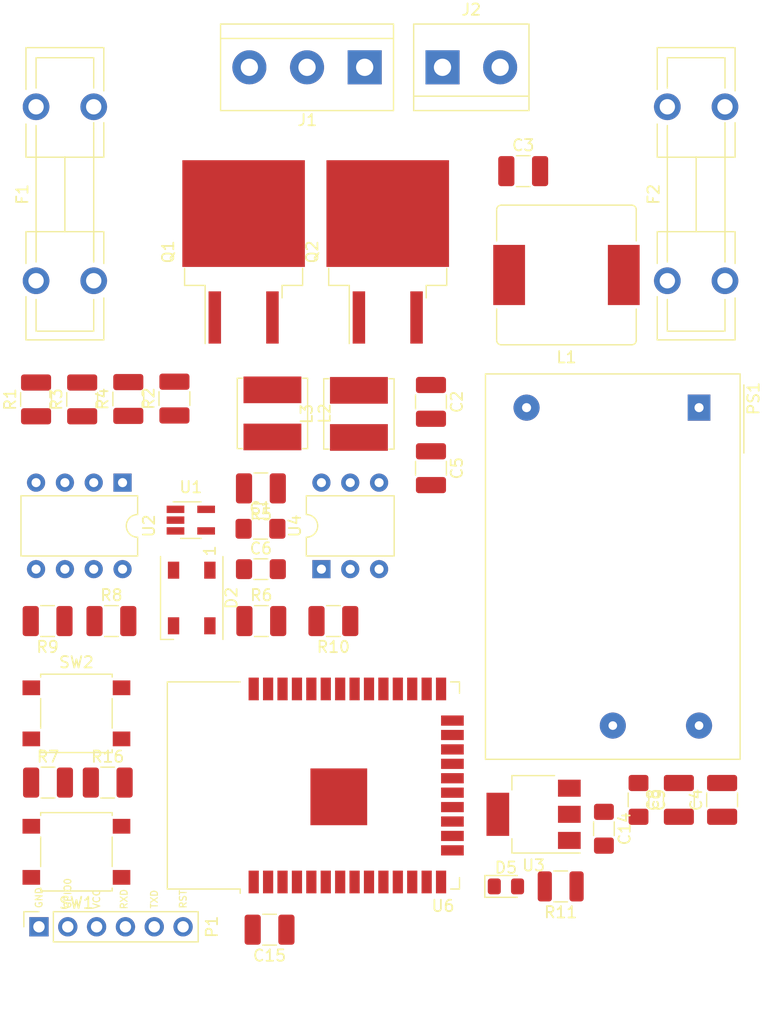
<source format=kicad_pcb>
(kicad_pcb (version 20171130) (host pcbnew 5.0.2+dfsg1-1)

  (general
    (thickness 1.6)
    (drawings 0)
    (tracks 0)
    (zones 0)
    (modules 42)
    (nets 58)
  )

  (page User 299.999 299.999)
  (title_block
    (title "Dimmable Ceiling Light Controller")
    (date 2019-08-02)
    (rev v1.1.0)
    (company slimc)
    (comment 1 "Open Source Project")
    (comment 2 github.com/slimcdk/smart-home-modules)
    (comment 3 "Smart Home Modules")
    (comment 4 "Auther: Christian Skjerning | slimc")
  )

  (layers
    (0 F.Cu signal)
    (31 B.Cu signal)
    (32 B.Adhes user)
    (33 F.Adhes user)
    (34 B.Paste user)
    (35 F.Paste user)
    (36 B.SilkS user)
    (37 F.SilkS user)
    (38 B.Mask user)
    (39 F.Mask user)
    (40 Dwgs.User user)
    (41 Cmts.User user)
    (42 Eco1.User user)
    (43 Eco2.User user)
    (44 Edge.Cuts user)
    (45 Margin user)
    (46 B.CrtYd user)
    (47 F.CrtYd user)
    (48 B.Fab user)
    (49 F.Fab user)
  )

  (setup
    (last_trace_width 0.25)
    (trace_clearance 0.2)
    (zone_clearance 0.508)
    (zone_45_only no)
    (trace_min 0.2)
    (segment_width 0.2)
    (edge_width 0.2)
    (via_size 0.8)
    (via_drill 0.4)
    (via_min_size 0.4)
    (via_min_drill 0.3)
    (uvia_size 0.3)
    (uvia_drill 0.1)
    (uvias_allowed no)
    (uvia_min_size 0.2)
    (uvia_min_drill 0.1)
    (pcb_text_width 0.3)
    (pcb_text_size 1.5 1.5)
    (mod_edge_width 0.15)
    (mod_text_size 1 1)
    (mod_text_width 0.15)
    (pad_size 3 3)
    (pad_drill 1.52)
    (pad_to_mask_clearance 0)
    (solder_mask_min_width 0.25)
    (aux_axis_origin 0 0)
    (visible_elements FFFFFF7F)
    (pcbplotparams
      (layerselection 0x010f0_ffffffff)
      (usegerberextensions false)
      (usegerberattributes false)
      (usegerberadvancedattributes false)
      (creategerberjobfile false)
      (excludeedgelayer true)
      (linewidth 0.100000)
      (plotframeref false)
      (viasonmask false)
      (mode 1)
      (useauxorigin false)
      (hpglpennumber 1)
      (hpglpenspeed 20)
      (hpglpendiameter 15.000000)
      (psnegative false)
      (psa4output false)
      (plotreference true)
      (plotvalue true)
      (plotinvisibletext false)
      (padsonsilk false)
      (subtractmaskfromsilk false)
      (outputformat 1)
      (mirror false)
      (drillshape 0)
      (scaleselection 1)
      (outputdirectory "../../exports/dimmable/gerbers"))
  )

  (net 0 "")
  (net 1 "Net-(F1-Pad2)")
  (net 2 "Net-(R1-Pad1)")
  (net 3 +3V3)
  (net 4 GND)
  (net 5 "Net-(R10-Pad1)")
  (net 6 "Net-(C2-Pad1)")
  (net 7 "Net-(U6-Pad17)")
  (net 8 "Net-(U6-Pad18)")
  (net 9 "Net-(U6-Pad19)")
  (net 10 "Net-(U6-Pad20)")
  (net 11 "Net-(U6-Pad21)")
  (net 12 "Net-(U6-Pad22)")
  (net 13 "Net-(U6-Pad32)")
  (net 14 /ESP32_BOOT)
  (net 15 /ESP32_RXD)
  (net 16 /ESP32_TXD)
  (net 17 /ESP32_RST)
  (net 18 "Net-(C2-Pad2)")
  (net 19 "Net-(J1-Pad2)")
  (net 20 "Net-(F2-Pad2)")
  (net 21 "Net-(Q1-Pad1)")
  (net 22 "Net-(R10-Pad2)")
  (net 23 "Net-(R9-Pad2)")
  (net 24 "Net-(R8-Pad2)")
  (net 25 "Net-(D2-Pad4)")
  (net 26 "Net-(R4-Pad1)")
  (net 27 "Net-(R3-Pad1)")
  (net 28 "Net-(R2-Pad1)")
  (net 29 "Net-(D5-Pad2)")
  (net 30 "Net-(U1-Pad1)")
  (net 31 "Net-(U6-Pad5)")
  (net 32 "Net-(U6-Pad6)")
  (net 33 "Net-(U6-Pad8)")
  (net 34 "Net-(U6-Pad9)")
  (net 35 "Net-(U6-Pad10)")
  (net 36 "Net-(U6-Pad11)")
  (net 37 "Net-(U6-Pad12)")
  (net 38 "Net-(U6-Pad16)")
  (net 39 "Net-(U6-Pad23)")
  (net 40 "Net-(U6-Pad24)")
  (net 41 "Net-(U6-Pad26)")
  (net 42 "Net-(U6-Pad27)")
  (net 43 "Net-(U6-Pad28)")
  (net 44 "Net-(U6-Pad29)")
  (net 45 "Net-(U6-Pad30)")
  (net 46 "Net-(U6-Pad31)")
  (net 47 "Net-(U6-Pad33)")
  (net 48 "Net-(U6-Pad36)")
  (net 49 "Net-(L1-Pad2)")
  (net 50 "Net-(C1-Pad1)")
  (net 51 +12V)
  (net 52 "Net-(U4-Pad3)")
  (net 53 "Net-(U4-Pad6)")
  (net 54 "Net-(D2-Pad2)")
  (net 55 "Net-(C3-Pad2)")
  (net 56 "Net-(C5-Pad2)")
  (net 57 "Net-(C5-Pad1)")

  (net_class Default "This is the default net class."
    (clearance 0.2)
    (trace_width 0.25)
    (via_dia 0.8)
    (via_drill 0.4)
    (uvia_dia 0.3)
    (uvia_drill 0.1)
    (add_net +12V)
    (add_net +3V3)
    (add_net /ESP32_BOOT)
    (add_net /ESP32_RST)
    (add_net /ESP32_RXD)
    (add_net /ESP32_TXD)
    (add_net GND)
    (add_net "Net-(C1-Pad1)")
    (add_net "Net-(C2-Pad1)")
    (add_net "Net-(C2-Pad2)")
    (add_net "Net-(C3-Pad2)")
    (add_net "Net-(C5-Pad1)")
    (add_net "Net-(C5-Pad2)")
    (add_net "Net-(D2-Pad2)")
    (add_net "Net-(D2-Pad4)")
    (add_net "Net-(D5-Pad2)")
    (add_net "Net-(F1-Pad2)")
    (add_net "Net-(F2-Pad2)")
    (add_net "Net-(J1-Pad2)")
    (add_net "Net-(L1-Pad2)")
    (add_net "Net-(Q1-Pad1)")
    (add_net "Net-(R1-Pad1)")
    (add_net "Net-(R10-Pad1)")
    (add_net "Net-(R10-Pad2)")
    (add_net "Net-(R2-Pad1)")
    (add_net "Net-(R3-Pad1)")
    (add_net "Net-(R4-Pad1)")
    (add_net "Net-(R8-Pad2)")
    (add_net "Net-(R9-Pad2)")
    (add_net "Net-(U1-Pad1)")
    (add_net "Net-(U4-Pad3)")
    (add_net "Net-(U4-Pad6)")
    (add_net "Net-(U6-Pad10)")
    (add_net "Net-(U6-Pad11)")
    (add_net "Net-(U6-Pad12)")
    (add_net "Net-(U6-Pad16)")
    (add_net "Net-(U6-Pad17)")
    (add_net "Net-(U6-Pad18)")
    (add_net "Net-(U6-Pad19)")
    (add_net "Net-(U6-Pad20)")
    (add_net "Net-(U6-Pad21)")
    (add_net "Net-(U6-Pad22)")
    (add_net "Net-(U6-Pad23)")
    (add_net "Net-(U6-Pad24)")
    (add_net "Net-(U6-Pad26)")
    (add_net "Net-(U6-Pad27)")
    (add_net "Net-(U6-Pad28)")
    (add_net "Net-(U6-Pad29)")
    (add_net "Net-(U6-Pad30)")
    (add_net "Net-(U6-Pad31)")
    (add_net "Net-(U6-Pad32)")
    (add_net "Net-(U6-Pad33)")
    (add_net "Net-(U6-Pad36)")
    (add_net "Net-(U6-Pad5)")
    (add_net "Net-(U6-Pad6)")
    (add_net "Net-(U6-Pad8)")
    (add_net "Net-(U6-Pad9)")
  )

  (module Button_Switch_SMD:SW_SPST_B3S-1000 (layer F.Cu) (tedit 5A02FC95) (tstamp 5D5E02CD)
    (at 53.848 112.776 180)
    (descr "Surface Mount Tactile Switch for High-Density Packaging")
    (tags "Tactile Switch")
    (path /5E539B79)
    (attr smd)
    (fp_text reference SW1 (at 0 -4.5 180) (layer F.SilkS)
      (effects (font (size 1 1) (thickness 0.15)))
    )
    (fp_text value SW_Push (at 0 4.5 180) (layer F.Fab)
      (effects (font (size 1 1) (thickness 0.15)))
    )
    (fp_text user %R (at 0 -4.5 180) (layer F.Fab)
      (effects (font (size 1 1) (thickness 0.15)))
    )
    (fp_line (start -5 3.7) (end 5 3.7) (layer F.CrtYd) (width 0.05))
    (fp_line (start 5 3.7) (end 5 -3.7) (layer F.CrtYd) (width 0.05))
    (fp_line (start 5 -3.7) (end -5 -3.7) (layer F.CrtYd) (width 0.05))
    (fp_line (start -5 -3.7) (end -5 3.7) (layer F.CrtYd) (width 0.05))
    (fp_line (start -3.15 -3.2) (end -3.15 -3.45) (layer F.SilkS) (width 0.12))
    (fp_line (start -3.15 -3.45) (end 3.15 -3.45) (layer F.SilkS) (width 0.12))
    (fp_line (start 3.15 -3.45) (end 3.15 -3.2) (layer F.SilkS) (width 0.12))
    (fp_line (start -3.15 1.3) (end -3.15 -1.3) (layer F.SilkS) (width 0.12))
    (fp_line (start 3.15 3.2) (end 3.15 3.45) (layer F.SilkS) (width 0.12))
    (fp_line (start 3.15 3.45) (end -3.15 3.45) (layer F.SilkS) (width 0.12))
    (fp_line (start -3.15 3.45) (end -3.15 3.2) (layer F.SilkS) (width 0.12))
    (fp_line (start 3.15 -1.3) (end 3.15 1.3) (layer F.SilkS) (width 0.12))
    (fp_circle (center 0 0) (end 1.65 0) (layer F.Fab) (width 0.1))
    (fp_line (start -3 -3.3) (end 3 -3.3) (layer F.Fab) (width 0.1))
    (fp_line (start 3 -3.3) (end 3 3.3) (layer F.Fab) (width 0.1))
    (fp_line (start 3 3.3) (end -3 3.3) (layer F.Fab) (width 0.1))
    (fp_line (start -3 3.3) (end -3 -3.3) (layer F.Fab) (width 0.1))
    (pad 1 smd rect (at -3.975 -2.25 180) (size 1.55 1.3) (layers F.Cu F.Paste F.Mask)
      (net 4 GND))
    (pad 1 smd rect (at 3.975 -2.25 180) (size 1.55 1.3) (layers F.Cu F.Paste F.Mask)
      (net 4 GND))
    (pad 2 smd rect (at -3.975 2.25 180) (size 1.55 1.3) (layers F.Cu F.Paste F.Mask)
      (net 17 /ESP32_RST))
    (pad 2 smd rect (at 3.975 2.25 180) (size 1.55 1.3) (layers F.Cu F.Paste F.Mask)
      (net 17 /ESP32_RST))
    (model ${KISYS3DMOD}/Button_Switch_SMD.3dshapes/SW_SPST_B3S-1000.wrl
      (at (xyz 0 0 0))
      (scale (xyz 1 1 1))
      (rotate (xyz 0 0 0))
    )
  )

  (module Button_Switch_SMD:SW_SPST_B3S-1000 (layer F.Cu) (tedit 5A02FC95) (tstamp 5D5E0282)
    (at 53.848 100.584)
    (descr "Surface Mount Tactile Switch for High-Density Packaging")
    (tags "Tactile Switch")
    (path /5E0C7525)
    (attr smd)
    (fp_text reference SW2 (at 0 -4.5) (layer F.SilkS)
      (effects (font (size 1 1) (thickness 0.15)))
    )
    (fp_text value SW_Push (at 0 4.5) (layer F.Fab)
      (effects (font (size 1 1) (thickness 0.15)))
    )
    (fp_line (start -3 3.3) (end -3 -3.3) (layer F.Fab) (width 0.1))
    (fp_line (start 3 3.3) (end -3 3.3) (layer F.Fab) (width 0.1))
    (fp_line (start 3 -3.3) (end 3 3.3) (layer F.Fab) (width 0.1))
    (fp_line (start -3 -3.3) (end 3 -3.3) (layer F.Fab) (width 0.1))
    (fp_circle (center 0 0) (end 1.65 0) (layer F.Fab) (width 0.1))
    (fp_line (start 3.15 -1.3) (end 3.15 1.3) (layer F.SilkS) (width 0.12))
    (fp_line (start -3.15 3.45) (end -3.15 3.2) (layer F.SilkS) (width 0.12))
    (fp_line (start 3.15 3.45) (end -3.15 3.45) (layer F.SilkS) (width 0.12))
    (fp_line (start 3.15 3.2) (end 3.15 3.45) (layer F.SilkS) (width 0.12))
    (fp_line (start -3.15 1.3) (end -3.15 -1.3) (layer F.SilkS) (width 0.12))
    (fp_line (start 3.15 -3.45) (end 3.15 -3.2) (layer F.SilkS) (width 0.12))
    (fp_line (start -3.15 -3.45) (end 3.15 -3.45) (layer F.SilkS) (width 0.12))
    (fp_line (start -3.15 -3.2) (end -3.15 -3.45) (layer F.SilkS) (width 0.12))
    (fp_line (start -5 -3.7) (end -5 3.7) (layer F.CrtYd) (width 0.05))
    (fp_line (start 5 -3.7) (end -5 -3.7) (layer F.CrtYd) (width 0.05))
    (fp_line (start 5 3.7) (end 5 -3.7) (layer F.CrtYd) (width 0.05))
    (fp_line (start -5 3.7) (end 5 3.7) (layer F.CrtYd) (width 0.05))
    (fp_text user %R (at 0 -4.5) (layer F.Fab)
      (effects (font (size 1 1) (thickness 0.15)))
    )
    (pad 2 smd rect (at 3.975 2.25) (size 1.55 1.3) (layers F.Cu F.Paste F.Mask)
      (net 14 /ESP32_BOOT))
    (pad 2 smd rect (at -3.975 2.25) (size 1.55 1.3) (layers F.Cu F.Paste F.Mask)
      (net 14 /ESP32_BOOT))
    (pad 1 smd rect (at 3.975 -2.25) (size 1.55 1.3) (layers F.Cu F.Paste F.Mask)
      (net 4 GND))
    (pad 1 smd rect (at -3.975 -2.25) (size 1.55 1.3) (layers F.Cu F.Paste F.Mask)
      (net 4 GND))
    (model ${KISYS3DMOD}/Button_Switch_SMD.3dshapes/SW_SPST_B3S-1000.wrl
      (at (xyz 0 0 0))
      (scale (xyz 1 1 1))
      (rotate (xyz 0 0 0))
    )
  )

  (module Capacitor_SMD:C_1206_3216Metric_Pad1.42x1.75mm_HandSolder (layer F.Cu) (tedit 5B301BBE) (tstamp 5D5DDEC8)
    (at 70.0675 84.328)
    (descr "Capacitor SMD 1206 (3216 Metric), square (rectangular) end terminal, IPC_7351 nominal with elongated pad for handsoldering. (Body size source: http://www.tortai-tech.com/upload/download/2011102023233369053.pdf), generated with kicad-footprint-generator")
    (tags "capacitor handsolder")
    (path /5D5D222D)
    (attr smd)
    (fp_text reference C1 (at 0 -1.82) (layer F.SilkS)
      (effects (font (size 1 1) (thickness 0.15)))
    )
    (fp_text value 0.1µ (at 0 1.82) (layer F.Fab)
      (effects (font (size 1 1) (thickness 0.15)))
    )
    (fp_text user %R (at 0 0) (layer F.Fab)
      (effects (font (size 0.8 0.8) (thickness 0.12)))
    )
    (fp_line (start 2.45 1.12) (end -2.45 1.12) (layer F.CrtYd) (width 0.05))
    (fp_line (start 2.45 -1.12) (end 2.45 1.12) (layer F.CrtYd) (width 0.05))
    (fp_line (start -2.45 -1.12) (end 2.45 -1.12) (layer F.CrtYd) (width 0.05))
    (fp_line (start -2.45 1.12) (end -2.45 -1.12) (layer F.CrtYd) (width 0.05))
    (fp_line (start -0.602064 0.91) (end 0.602064 0.91) (layer F.SilkS) (width 0.12))
    (fp_line (start -0.602064 -0.91) (end 0.602064 -0.91) (layer F.SilkS) (width 0.12))
    (fp_line (start 1.6 0.8) (end -1.6 0.8) (layer F.Fab) (width 0.1))
    (fp_line (start 1.6 -0.8) (end 1.6 0.8) (layer F.Fab) (width 0.1))
    (fp_line (start -1.6 -0.8) (end 1.6 -0.8) (layer F.Fab) (width 0.1))
    (fp_line (start -1.6 0.8) (end -1.6 -0.8) (layer F.Fab) (width 0.1))
    (pad 2 smd roundrect (at 1.4875 0) (size 1.425 1.75) (layers F.Cu F.Paste F.Mask) (roundrect_rratio 0.175439)
      (net 4 GND))
    (pad 1 smd roundrect (at -1.4875 0) (size 1.425 1.75) (layers F.Cu F.Paste F.Mask) (roundrect_rratio 0.175439)
      (net 50 "Net-(C1-Pad1)"))
    (model ${KISYS3DMOD}/Capacitor_SMD.3dshapes/C_1206_3216Metric.wrl
      (at (xyz 0 0 0))
      (scale (xyz 1 1 1))
      (rotate (xyz 0 0 0))
    )
  )

  (module Capacitor_SMD:C_1206_3216Metric_Pad1.42x1.75mm_HandSolder (layer F.Cu) (tedit 5B301BBE) (tstamp 5D5CD793)
    (at 100.33 110.744 270)
    (descr "Capacitor SMD 1206 (3216 Metric), square (rectangular) end terminal, IPC_7351 nominal with elongated pad for handsoldering. (Body size source: http://www.tortai-tech.com/upload/download/2011102023233369053.pdf), generated with kicad-footprint-generator")
    (tags "capacitor handsolder")
    (path /5F157354)
    (attr smd)
    (fp_text reference C14 (at 0 -1.82 270) (layer F.SilkS)
      (effects (font (size 1 1) (thickness 0.15)))
    )
    (fp_text value 22µF (at 0 1.82 270) (layer F.Fab)
      (effects (font (size 1 1) (thickness 0.15)))
    )
    (fp_line (start -1.6 0.8) (end -1.6 -0.8) (layer F.Fab) (width 0.1))
    (fp_line (start -1.6 -0.8) (end 1.6 -0.8) (layer F.Fab) (width 0.1))
    (fp_line (start 1.6 -0.8) (end 1.6 0.8) (layer F.Fab) (width 0.1))
    (fp_line (start 1.6 0.8) (end -1.6 0.8) (layer F.Fab) (width 0.1))
    (fp_line (start -0.602064 -0.91) (end 0.602064 -0.91) (layer F.SilkS) (width 0.12))
    (fp_line (start -0.602064 0.91) (end 0.602064 0.91) (layer F.SilkS) (width 0.12))
    (fp_line (start -2.45 1.12) (end -2.45 -1.12) (layer F.CrtYd) (width 0.05))
    (fp_line (start -2.45 -1.12) (end 2.45 -1.12) (layer F.CrtYd) (width 0.05))
    (fp_line (start 2.45 -1.12) (end 2.45 1.12) (layer F.CrtYd) (width 0.05))
    (fp_line (start 2.45 1.12) (end -2.45 1.12) (layer F.CrtYd) (width 0.05))
    (fp_text user %R (at 0 0 270) (layer F.Fab)
      (effects (font (size 0.8 0.8) (thickness 0.12)))
    )
    (pad 1 smd roundrect (at -1.4875 0 270) (size 1.425 1.75) (layers F.Cu F.Paste F.Mask) (roundrect_rratio 0.175439)
      (net 3 +3V3))
    (pad 2 smd roundrect (at 1.4875 0 270) (size 1.425 1.75) (layers F.Cu F.Paste F.Mask) (roundrect_rratio 0.175439)
      (net 4 GND))
    (model ${KISYS3DMOD}/Capacitor_SMD.3dshapes/C_1206_3216Metric.wrl
      (at (xyz 0 0 0))
      (scale (xyz 1 1 1))
      (rotate (xyz 0 0 0))
    )
  )

  (module Capacitor_SMD:C_1206_3216Metric_Pad1.42x1.75mm_HandSolder (layer F.Cu) (tedit 5B301BBE) (tstamp 5D5CA0F0)
    (at 103.378 108.204 270)
    (descr "Capacitor SMD 1206 (3216 Metric), square (rectangular) end terminal, IPC_7351 nominal with elongated pad for handsoldering. (Body size source: http://www.tortai-tech.com/upload/download/2011102023233369053.pdf), generated with kicad-footprint-generator")
    (tags "capacitor handsolder")
    (path /5F0D02FB)
    (attr smd)
    (fp_text reference C9 (at 0 -1.82 270) (layer F.SilkS)
      (effects (font (size 1 1) (thickness 0.15)))
    )
    (fp_text value 47µ (at 0 1.82 270) (layer F.Fab)
      (effects (font (size 1 1) (thickness 0.15)))
    )
    (fp_text user %R (at 0 0 270) (layer F.Fab)
      (effects (font (size 0.8 0.8) (thickness 0.12)))
    )
    (fp_line (start 2.45 1.12) (end -2.45 1.12) (layer F.CrtYd) (width 0.05))
    (fp_line (start 2.45 -1.12) (end 2.45 1.12) (layer F.CrtYd) (width 0.05))
    (fp_line (start -2.45 -1.12) (end 2.45 -1.12) (layer F.CrtYd) (width 0.05))
    (fp_line (start -2.45 1.12) (end -2.45 -1.12) (layer F.CrtYd) (width 0.05))
    (fp_line (start -0.602064 0.91) (end 0.602064 0.91) (layer F.SilkS) (width 0.12))
    (fp_line (start -0.602064 -0.91) (end 0.602064 -0.91) (layer F.SilkS) (width 0.12))
    (fp_line (start 1.6 0.8) (end -1.6 0.8) (layer F.Fab) (width 0.1))
    (fp_line (start 1.6 -0.8) (end 1.6 0.8) (layer F.Fab) (width 0.1))
    (fp_line (start -1.6 -0.8) (end 1.6 -0.8) (layer F.Fab) (width 0.1))
    (fp_line (start -1.6 0.8) (end -1.6 -0.8) (layer F.Fab) (width 0.1))
    (pad 2 smd roundrect (at 1.4875 0 270) (size 1.425 1.75) (layers F.Cu F.Paste F.Mask) (roundrect_rratio 0.175439)
      (net 4 GND))
    (pad 1 smd roundrect (at -1.4875 0 270) (size 1.425 1.75) (layers F.Cu F.Paste F.Mask) (roundrect_rratio 0.175439)
      (net 51 +12V))
    (model ${KISYS3DMOD}/Capacitor_SMD.3dshapes/C_1206_3216Metric.wrl
      (at (xyz 0 0 0))
      (scale (xyz 1 1 1))
      (rotate (xyz 0 0 0))
    )
  )

  (module Capacitor_SMD:C_1206_3216Metric_Pad1.42x1.75mm_HandSolder (layer F.Cu) (tedit 5B301BBE) (tstamp 5D5DDF28)
    (at 70.104 87.884)
    (descr "Capacitor SMD 1206 (3216 Metric), square (rectangular) end terminal, IPC_7351 nominal with elongated pad for handsoldering. (Body size source: http://www.tortai-tech.com/upload/download/2011102023233369053.pdf), generated with kicad-footprint-generator")
    (tags "capacitor handsolder")
    (path /5D5B5024)
    (attr smd)
    (fp_text reference C6 (at 0 -1.82) (layer F.SilkS)
      (effects (font (size 1 1) (thickness 0.15)))
    )
    (fp_text value 0.1µ (at 0 1.82) (layer F.Fab)
      (effects (font (size 1 1) (thickness 0.15)))
    )
    (fp_line (start -1.6 0.8) (end -1.6 -0.8) (layer F.Fab) (width 0.1))
    (fp_line (start -1.6 -0.8) (end 1.6 -0.8) (layer F.Fab) (width 0.1))
    (fp_line (start 1.6 -0.8) (end 1.6 0.8) (layer F.Fab) (width 0.1))
    (fp_line (start 1.6 0.8) (end -1.6 0.8) (layer F.Fab) (width 0.1))
    (fp_line (start -0.602064 -0.91) (end 0.602064 -0.91) (layer F.SilkS) (width 0.12))
    (fp_line (start -0.602064 0.91) (end 0.602064 0.91) (layer F.SilkS) (width 0.12))
    (fp_line (start -2.45 1.12) (end -2.45 -1.12) (layer F.CrtYd) (width 0.05))
    (fp_line (start -2.45 -1.12) (end 2.45 -1.12) (layer F.CrtYd) (width 0.05))
    (fp_line (start 2.45 -1.12) (end 2.45 1.12) (layer F.CrtYd) (width 0.05))
    (fp_line (start 2.45 1.12) (end -2.45 1.12) (layer F.CrtYd) (width 0.05))
    (fp_text user %R (at 0 0) (layer F.Fab)
      (effects (font (size 0.8 0.8) (thickness 0.12)))
    )
    (pad 1 smd roundrect (at -1.4875 0) (size 1.425 1.75) (layers F.Cu F.Paste F.Mask) (roundrect_rratio 0.175439)
      (net 3 +3V3))
    (pad 2 smd roundrect (at 1.4875 0) (size 1.425 1.75) (layers F.Cu F.Paste F.Mask) (roundrect_rratio 0.175439)
      (net 4 GND))
    (model ${KISYS3DMOD}/Capacitor_SMD.3dshapes/C_1206_3216Metric.wrl
      (at (xyz 0 0 0))
      (scale (xyz 1 1 1))
      (rotate (xyz 0 0 0))
    )
  )

  (module Capacitor_SMD:C_1210_3225Metric_Pad1.42x2.65mm_HandSolder (layer F.Cu) (tedit 5B301BBE) (tstamp 5D5D7C6B)
    (at 85.09 73.152 270)
    (descr "Capacitor SMD 1210 (3225 Metric), square (rectangular) end terminal, IPC_7351 nominal with elongated pad for handsoldering. (Body size source: http://www.tortai-tech.com/upload/download/2011102023233369053.pdf), generated with kicad-footprint-generator")
    (tags "capacitor handsolder")
    (path /60A0F1E4)
    (attr smd)
    (fp_text reference C2 (at 0 -2.28 270) (layer F.SilkS)
      (effects (font (size 1 1) (thickness 0.15)))
    )
    (fp_text value 100n (at 0 2.28 270) (layer F.Fab)
      (effects (font (size 1 1) (thickness 0.15)))
    )
    (fp_text user %R (at 0 0 270) (layer F.Fab)
      (effects (font (size 0.8 0.8) (thickness 0.12)))
    )
    (fp_line (start 2.45 1.58) (end -2.45 1.58) (layer F.CrtYd) (width 0.05))
    (fp_line (start 2.45 -1.58) (end 2.45 1.58) (layer F.CrtYd) (width 0.05))
    (fp_line (start -2.45 -1.58) (end 2.45 -1.58) (layer F.CrtYd) (width 0.05))
    (fp_line (start -2.45 1.58) (end -2.45 -1.58) (layer F.CrtYd) (width 0.05))
    (fp_line (start -0.602064 1.36) (end 0.602064 1.36) (layer F.SilkS) (width 0.12))
    (fp_line (start -0.602064 -1.36) (end 0.602064 -1.36) (layer F.SilkS) (width 0.12))
    (fp_line (start 1.6 1.25) (end -1.6 1.25) (layer F.Fab) (width 0.1))
    (fp_line (start 1.6 -1.25) (end 1.6 1.25) (layer F.Fab) (width 0.1))
    (fp_line (start -1.6 -1.25) (end 1.6 -1.25) (layer F.Fab) (width 0.1))
    (fp_line (start -1.6 1.25) (end -1.6 -1.25) (layer F.Fab) (width 0.1))
    (pad 2 smd roundrect (at 1.4875 0 270) (size 1.425 2.65) (layers F.Cu F.Paste F.Mask) (roundrect_rratio 0.175439)
      (net 18 "Net-(C2-Pad2)"))
    (pad 1 smd roundrect (at -1.4875 0 270) (size 1.425 2.65) (layers F.Cu F.Paste F.Mask) (roundrect_rratio 0.175439)
      (net 6 "Net-(C2-Pad1)"))
    (model ${KISYS3DMOD}/Capacitor_SMD.3dshapes/C_1210_3225Metric.wrl
      (at (xyz 0 0 0))
      (scale (xyz 1 1 1))
      (rotate (xyz 0 0 0))
    )
  )

  (module Capacitor_SMD:C_1210_3225Metric_Pad1.42x2.65mm_HandSolder (layer F.Cu) (tedit 5B301BBE) (tstamp 5D5D4DC3)
    (at 93.218 52.832)
    (descr "Capacitor SMD 1210 (3225 Metric), square (rectangular) end terminal, IPC_7351 nominal with elongated pad for handsoldering. (Body size source: http://www.tortai-tech.com/upload/download/2011102023233369053.pdf), generated with kicad-footprint-generator")
    (tags "capacitor handsolder")
    (path /60A837DB)
    (attr smd)
    (fp_text reference C3 (at 0 -2.28) (layer F.SilkS)
      (effects (font (size 1 1) (thickness 0.15)))
    )
    (fp_text value 100n (at 0 2.28) (layer F.Fab)
      (effects (font (size 1 1) (thickness 0.15)))
    )
    (fp_text user %R (at 0 0) (layer F.Fab)
      (effects (font (size 0.8 0.8) (thickness 0.12)))
    )
    (fp_line (start 2.45 1.58) (end -2.45 1.58) (layer F.CrtYd) (width 0.05))
    (fp_line (start 2.45 -1.58) (end 2.45 1.58) (layer F.CrtYd) (width 0.05))
    (fp_line (start -2.45 -1.58) (end 2.45 -1.58) (layer F.CrtYd) (width 0.05))
    (fp_line (start -2.45 1.58) (end -2.45 -1.58) (layer F.CrtYd) (width 0.05))
    (fp_line (start -0.602064 1.36) (end 0.602064 1.36) (layer F.SilkS) (width 0.12))
    (fp_line (start -0.602064 -1.36) (end 0.602064 -1.36) (layer F.SilkS) (width 0.12))
    (fp_line (start 1.6 1.25) (end -1.6 1.25) (layer F.Fab) (width 0.1))
    (fp_line (start 1.6 -1.25) (end 1.6 1.25) (layer F.Fab) (width 0.1))
    (fp_line (start -1.6 -1.25) (end 1.6 -1.25) (layer F.Fab) (width 0.1))
    (fp_line (start -1.6 1.25) (end -1.6 -1.25) (layer F.Fab) (width 0.1))
    (pad 2 smd roundrect (at 1.4875 0) (size 1.425 2.65) (layers F.Cu F.Paste F.Mask) (roundrect_rratio 0.175439)
      (net 55 "Net-(C3-Pad2)"))
    (pad 1 smd roundrect (at -1.4875 0) (size 1.425 2.65) (layers F.Cu F.Paste F.Mask) (roundrect_rratio 0.175439)
      (net 18 "Net-(C2-Pad2)"))
    (model ${KISYS3DMOD}/Capacitor_SMD.3dshapes/C_1210_3225Metric.wrl
      (at (xyz 0 0 0))
      (scale (xyz 1 1 1))
      (rotate (xyz 0 0 0))
    )
  )

  (module Capacitor_SMD:C_1210_3225Metric_Pad1.42x2.65mm_HandSolder (layer F.Cu) (tedit 5B301BBE) (tstamp 5D5D7972)
    (at 85.09 78.994 270)
    (descr "Capacitor SMD 1210 (3225 Metric), square (rectangular) end terminal, IPC_7351 nominal with elongated pad for handsoldering. (Body size source: http://www.tortai-tech.com/upload/download/2011102023233369053.pdf), generated with kicad-footprint-generator")
    (tags "capacitor handsolder")
    (path /5D75BD4B)
    (attr smd)
    (fp_text reference C5 (at 0 -2.28 270) (layer F.SilkS)
      (effects (font (size 1 1) (thickness 0.15)))
    )
    (fp_text value 100n (at 0 2.28 270) (layer F.Fab)
      (effects (font (size 1 1) (thickness 0.15)))
    )
    (fp_text user %R (at 0 0 270) (layer F.Fab)
      (effects (font (size 0.8 0.8) (thickness 0.12)))
    )
    (fp_line (start 2.45 1.58) (end -2.45 1.58) (layer F.CrtYd) (width 0.05))
    (fp_line (start 2.45 -1.58) (end 2.45 1.58) (layer F.CrtYd) (width 0.05))
    (fp_line (start -2.45 -1.58) (end 2.45 -1.58) (layer F.CrtYd) (width 0.05))
    (fp_line (start -2.45 1.58) (end -2.45 -1.58) (layer F.CrtYd) (width 0.05))
    (fp_line (start -0.602064 1.36) (end 0.602064 1.36) (layer F.SilkS) (width 0.12))
    (fp_line (start -0.602064 -1.36) (end 0.602064 -1.36) (layer F.SilkS) (width 0.12))
    (fp_line (start 1.6 1.25) (end -1.6 1.25) (layer F.Fab) (width 0.1))
    (fp_line (start 1.6 -1.25) (end 1.6 1.25) (layer F.Fab) (width 0.1))
    (fp_line (start -1.6 -1.25) (end 1.6 -1.25) (layer F.Fab) (width 0.1))
    (fp_line (start -1.6 1.25) (end -1.6 -1.25) (layer F.Fab) (width 0.1))
    (pad 2 smd roundrect (at 1.4875 0 270) (size 1.425 2.65) (layers F.Cu F.Paste F.Mask) (roundrect_rratio 0.175439)
      (net 56 "Net-(C5-Pad2)"))
    (pad 1 smd roundrect (at -1.4875 0 270) (size 1.425 2.65) (layers F.Cu F.Paste F.Mask) (roundrect_rratio 0.175439)
      (net 57 "Net-(C5-Pad1)"))
    (model ${KISYS3DMOD}/Capacitor_SMD.3dshapes/C_1210_3225Metric.wrl
      (at (xyz 0 0 0))
      (scale (xyz 1 1 1))
      (rotate (xyz 0 0 0))
    )
  )

  (module Capacitor_SMD:C_1210_3225Metric_Pad1.42x2.65mm_HandSolder (layer F.Cu) (tedit 5B301BBE) (tstamp 5D5CA09B)
    (at 106.934 108.204 90)
    (descr "Capacitor SMD 1210 (3225 Metric), square (rectangular) end terminal, IPC_7351 nominal with elongated pad for handsoldering. (Body size source: http://www.tortai-tech.com/upload/download/2011102023233369053.pdf), generated with kicad-footprint-generator")
    (tags "capacitor handsolder")
    (path /5D7215CA)
    (attr smd)
    (fp_text reference C8 (at 0 -2.28 90) (layer F.SilkS)
      (effects (font (size 1 1) (thickness 0.15)))
    )
    (fp_text value 100n (at 0 2.28 90) (layer F.Fab)
      (effects (font (size 1 1) (thickness 0.15)))
    )
    (fp_line (start -1.6 1.25) (end -1.6 -1.25) (layer F.Fab) (width 0.1))
    (fp_line (start -1.6 -1.25) (end 1.6 -1.25) (layer F.Fab) (width 0.1))
    (fp_line (start 1.6 -1.25) (end 1.6 1.25) (layer F.Fab) (width 0.1))
    (fp_line (start 1.6 1.25) (end -1.6 1.25) (layer F.Fab) (width 0.1))
    (fp_line (start -0.602064 -1.36) (end 0.602064 -1.36) (layer F.SilkS) (width 0.12))
    (fp_line (start -0.602064 1.36) (end 0.602064 1.36) (layer F.SilkS) (width 0.12))
    (fp_line (start -2.45 1.58) (end -2.45 -1.58) (layer F.CrtYd) (width 0.05))
    (fp_line (start -2.45 -1.58) (end 2.45 -1.58) (layer F.CrtYd) (width 0.05))
    (fp_line (start 2.45 -1.58) (end 2.45 1.58) (layer F.CrtYd) (width 0.05))
    (fp_line (start 2.45 1.58) (end -2.45 1.58) (layer F.CrtYd) (width 0.05))
    (fp_text user %R (at 0 0 90) (layer F.Fab)
      (effects (font (size 0.8 0.8) (thickness 0.12)))
    )
    (pad 1 smd roundrect (at -1.4875 0 90) (size 1.425 2.65) (layers F.Cu F.Paste F.Mask) (roundrect_rratio 0.175439)
      (net 4 GND))
    (pad 2 smd roundrect (at 1.4875 0 90) (size 1.425 2.65) (layers F.Cu F.Paste F.Mask) (roundrect_rratio 0.175439)
      (net 51 +12V))
    (model ${KISYS3DMOD}/Capacitor_SMD.3dshapes/C_1210_3225Metric.wrl
      (at (xyz 0 0 0))
      (scale (xyz 1 1 1))
      (rotate (xyz 0 0 0))
    )
  )

  (module Capacitor_SMD:C_1210_3225Metric_Pad1.42x2.65mm_HandSolder (layer F.Cu) (tedit 5B301BBE) (tstamp 5D5E030F)
    (at 70.866 119.634 180)
    (descr "Capacitor SMD 1210 (3225 Metric), square (rectangular) end terminal, IPC_7351 nominal with elongated pad for handsoldering. (Body size source: http://www.tortai-tech.com/upload/download/2011102023233369053.pdf), generated with kicad-footprint-generator")
    (tags "capacitor handsolder")
    (path /5D7DB007)
    (attr smd)
    (fp_text reference C15 (at 0 -2.28 180) (layer F.SilkS)
      (effects (font (size 1 1) (thickness 0.15)))
    )
    (fp_text value 10µ (at 0 2.28 180) (layer F.Fab)
      (effects (font (size 1 1) (thickness 0.15)))
    )
    (fp_text user %R (at 0 0 180) (layer F.Fab)
      (effects (font (size 0.8 0.8) (thickness 0.12)))
    )
    (fp_line (start 2.45 1.58) (end -2.45 1.58) (layer F.CrtYd) (width 0.05))
    (fp_line (start 2.45 -1.58) (end 2.45 1.58) (layer F.CrtYd) (width 0.05))
    (fp_line (start -2.45 -1.58) (end 2.45 -1.58) (layer F.CrtYd) (width 0.05))
    (fp_line (start -2.45 1.58) (end -2.45 -1.58) (layer F.CrtYd) (width 0.05))
    (fp_line (start -0.602064 1.36) (end 0.602064 1.36) (layer F.SilkS) (width 0.12))
    (fp_line (start -0.602064 -1.36) (end 0.602064 -1.36) (layer F.SilkS) (width 0.12))
    (fp_line (start 1.6 1.25) (end -1.6 1.25) (layer F.Fab) (width 0.1))
    (fp_line (start 1.6 -1.25) (end 1.6 1.25) (layer F.Fab) (width 0.1))
    (fp_line (start -1.6 -1.25) (end 1.6 -1.25) (layer F.Fab) (width 0.1))
    (fp_line (start -1.6 1.25) (end -1.6 -1.25) (layer F.Fab) (width 0.1))
    (pad 2 smd roundrect (at 1.4875 0 180) (size 1.425 2.65) (layers F.Cu F.Paste F.Mask) (roundrect_rratio 0.175439)
      (net 4 GND))
    (pad 1 smd roundrect (at -1.4875 0 180) (size 1.425 2.65) (layers F.Cu F.Paste F.Mask) (roundrect_rratio 0.175439)
      (net 3 +3V3))
    (model ${KISYS3DMOD}/Capacitor_SMD.3dshapes/C_1210_3225Metric.wrl
      (at (xyz 0 0 0))
      (scale (xyz 1 1 1))
      (rotate (xyz 0 0 0))
    )
  )

  (module Capacitor_SMD:C_1210_3225Metric_Pad1.42x2.65mm_HandSolder (layer F.Cu) (tedit 5B301BBE) (tstamp 5D5CD4C1)
    (at 110.744 108.204 90)
    (descr "Capacitor SMD 1210 (3225 Metric), square (rectangular) end terminal, IPC_7351 nominal with elongated pad for handsoldering. (Body size source: http://www.tortai-tech.com/upload/download/2011102023233369053.pdf), generated with kicad-footprint-generator")
    (tags "capacitor handsolder")
    (path /5D749C75)
    (attr smd)
    (fp_text reference C4 (at 0 -2.28 90) (layer F.SilkS)
      (effects (font (size 1 1) (thickness 0.15)))
    )
    (fp_text value 10µF (at 0 2.28 90) (layer F.Fab)
      (effects (font (size 1 1) (thickness 0.15)))
    )
    (fp_line (start -1.6 1.25) (end -1.6 -1.25) (layer F.Fab) (width 0.1))
    (fp_line (start -1.6 -1.25) (end 1.6 -1.25) (layer F.Fab) (width 0.1))
    (fp_line (start 1.6 -1.25) (end 1.6 1.25) (layer F.Fab) (width 0.1))
    (fp_line (start 1.6 1.25) (end -1.6 1.25) (layer F.Fab) (width 0.1))
    (fp_line (start -0.602064 -1.36) (end 0.602064 -1.36) (layer F.SilkS) (width 0.12))
    (fp_line (start -0.602064 1.36) (end 0.602064 1.36) (layer F.SilkS) (width 0.12))
    (fp_line (start -2.45 1.58) (end -2.45 -1.58) (layer F.CrtYd) (width 0.05))
    (fp_line (start -2.45 -1.58) (end 2.45 -1.58) (layer F.CrtYd) (width 0.05))
    (fp_line (start 2.45 -1.58) (end 2.45 1.58) (layer F.CrtYd) (width 0.05))
    (fp_line (start 2.45 1.58) (end -2.45 1.58) (layer F.CrtYd) (width 0.05))
    (fp_text user %R (at 0 0 90) (layer F.Fab)
      (effects (font (size 0.8 0.8) (thickness 0.12)))
    )
    (pad 1 smd roundrect (at -1.4875 0 90) (size 1.425 2.65) (layers F.Cu F.Paste F.Mask) (roundrect_rratio 0.175439)
      (net 4 GND))
    (pad 2 smd roundrect (at 1.4875 0 90) (size 1.425 2.65) (layers F.Cu F.Paste F.Mask) (roundrect_rratio 0.175439)
      (net 51 +12V))
    (model ${KISYS3DMOD}/Capacitor_SMD.3dshapes/C_1210_3225Metric.wrl
      (at (xyz 0 0 0))
      (scale (xyz 1 1 1))
      (rotate (xyz 0 0 0))
    )
  )

  (module Converter_ACDC:Converter_ACDC_MeanWell_IRM-02-xx_THT (layer F.Cu) (tedit 59FEFB72) (tstamp 5D5E0584)
    (at 108.712 73.66 270)
    (descr "ACDC-Converter, 2W, Meanwell, IRM-02, THT, https://www.meanwell.co.uk/media/productPDF/IRM-02-spec.pdf")
    (tags "ACDC-Converter 2W THT")
    (path /5D72995A)
    (fp_text reference PS1 (at -0.8 -4.8 270) (layer F.SilkS)
      (effects (font (size 1 1) (thickness 0.15)))
    )
    (fp_text value IRM-02-12 (at 15.14 20.15 270) (layer F.Fab)
      (effects (font (size 1 1) (thickness 0.15)))
    )
    (fp_line (start -3.1 18.95) (end -3.1 -3.75) (layer F.CrtYd) (width 0.05))
    (fp_line (start -3.1 -3.75) (end 31.1 -3.75) (layer F.CrtYd) (width 0.05))
    (fp_line (start 31.1 18.95) (end 31.1 -3.75) (layer F.CrtYd) (width 0.05))
    (fp_line (start -3.1 18.95) (end 31.1 18.95) (layer F.CrtYd) (width 0.05))
    (fp_line (start -2.97 18.82) (end -2.97 -3.62) (layer F.SilkS) (width 0.12))
    (fp_line (start 30.97 -3.62) (end 30.97 18.82) (layer F.SilkS) (width 0.12))
    (fp_line (start -2.97 -3.62) (end 30.97 -3.62) (layer F.SilkS) (width 0.12))
    (fp_line (start -2.97 18.82) (end 30.97 18.82) (layer F.SilkS) (width 0.12))
    (fp_line (start -2.85 18.7) (end 30.85 18.7) (layer F.Fab) (width 0.1))
    (fp_line (start 30.85 18.7) (end 30.85 -3.5) (layer F.Fab) (width 0.1))
    (fp_line (start -2.85 18.7) (end -2.85 -3.5) (layer F.Fab) (width 0.1))
    (fp_line (start 1 -3.5) (end 30.85 -3.5) (layer F.Fab) (width 0.1))
    (fp_text user %R (at 14.03 7.47 270) (layer F.Fab)
      (effects (font (size 1 1) (thickness 0.15)))
    )
    (fp_line (start -1 -3.5) (end -2.85 -3.5) (layer F.Fab) (width 0.1))
    (fp_line (start 0 -2.5) (end -1 -3.5) (layer F.Fab) (width 0.1))
    (fp_line (start 1 -3.5) (end 0 -2.5) (layer F.Fab) (width 0.1))
    (fp_line (start -2 -3.95) (end 4 -3.95) (layer F.SilkS) (width 0.12))
    (pad 3 thru_hole circle (at 28 0 270) (size 2.3 2.3) (drill 0.76) (layers *.Cu *.Mask)
      (net 4 GND))
    (pad 1 thru_hole rect (at 0 0 270) (size 2.3 2) (drill 0.8) (layers *.Cu *.Mask)
      (net 57 "Net-(C5-Pad1)"))
    (pad 2 thru_hole circle (at 0 15.2 270) (size 2.3 2.3) (drill 0.8) (layers *.Cu *.Mask)
      (net 56 "Net-(C5-Pad2)"))
    (pad 4 thru_hole circle (at 28 7.6 270) (size 2.3 2.3) (drill 0.76) (layers *.Cu *.Mask)
      (net 51 +12V))
    (model ${KISYS3DMOD}/Converter_ACDC.3dshapes/Converter_ACDC_MeanWell_IRM-02-xx_THT.wrl
      (at (xyz 0 0 0))
      (scale (xyz 1 1 1))
      (rotate (xyz 0 0 0))
    )
  )

  (module Fuse_Holders_and_Fuses:Fuseholder5x20_horiz_open_lateral_Type-II (layer F.Cu) (tedit 5880C40E) (tstamp 5D5D2B43)
    (at 50.292 62.484 90)
    (descr "Fuseholder, 5x20, open, horizontal, Type-II, lateral,")
    (tags "Fuseholder 5x20 open horizontal Type-II lateral Sicherungshalter offen ")
    (path /5D63C7D0)
    (fp_text reference F1 (at 7.61 -1.21 90) (layer F.SilkS)
      (effects (font (size 1 1) (thickness 0.15)))
    )
    (fp_text value Fuse (at 7.56 7.44 90) (layer F.Fab)
      (effects (font (size 1 1) (thickness 0.15)))
    )
    (fp_line (start 20.76 6.5) (end -5.39 6.5) (layer F.CrtYd) (width 0.05))
    (fp_line (start 20.76 6.5) (end 20.76 -1.42) (layer F.CrtYd) (width 0.05))
    (fp_line (start -5.39 -1.42) (end -5.39 6.5) (layer F.CrtYd) (width 0.05))
    (fp_line (start -5.39 -1.42) (end 20.76 -1.42) (layer F.CrtYd) (width 0.05))
    (fp_line (start 10.88 5.08) (end 10.88 2.54) (layer F.SilkS) (width 0.12))
    (fp_line (start 19.64 0) (end 19.64 5.08) (layer F.SilkS) (width 0.12))
    (fp_line (start 10.88 2.54) (end 10.88 0) (layer F.SilkS) (width 0.12))
    (fp_line (start 4.32 5.08) (end 4.32 2.54) (layer F.SilkS) (width 0.12))
    (fp_line (start -4.44 0) (end -4.44 5.08) (layer F.SilkS) (width 0.12))
    (fp_line (start 4.32 2.54) (end 4.32 0) (layer F.SilkS) (width 0.12))
    (fp_line (start 1.82 0) (end 13.38 0) (layer F.SilkS) (width 0.12))
    (fp_line (start 13.38 5.08) (end 1.69 5.08) (layer F.SilkS) (width 0.12))
    (fp_line (start 4.32 -0.89) (end 4.32 0.13) (layer F.SilkS) (width 0.12))
    (fp_line (start 4.32 5.97) (end 4.32 5.08) (layer F.SilkS) (width 0.12))
    (fp_line (start -5.21 -0.89) (end -5.21 5.97) (layer F.SilkS) (width 0.12))
    (fp_line (start 10.88 -0.89) (end 10.88 0) (layer F.SilkS) (width 0.12))
    (fp_line (start 10.88 5.97) (end 10.88 5.08) (layer F.SilkS) (width 0.12))
    (fp_line (start 20.53 -0.89) (end 20.53 5.97) (layer F.SilkS) (width 0.12))
    (fp_line (start -4.44 0) (end -1.65 0) (layer F.SilkS) (width 0.12))
    (fp_line (start 4.32 0) (end 1.65 0) (layer F.SilkS) (width 0.12))
    (fp_line (start 4.32 -0.89) (end 1.52 -0.89) (layer F.SilkS) (width 0.12))
    (fp_line (start -5.21 -0.89) (end -1.4 -0.89) (layer F.SilkS) (width 0.12))
    (fp_line (start -4.44 5.08) (end -1.65 5.08) (layer F.SilkS) (width 0.12))
    (fp_line (start 1.78 5.08) (end 4.32 5.08) (layer F.SilkS) (width 0.12))
    (fp_line (start 1.78 5.08) (end 1.65 5.08) (layer F.SilkS) (width 0.12))
    (fp_line (start 4.32 5.97) (end 1.52 5.97) (layer F.SilkS) (width 0.12))
    (fp_line (start -5.21 5.97) (end -1.52 5.97) (layer F.SilkS) (width 0.12))
    (fp_line (start 10.88 -0.89) (end 13.8 -0.89) (layer F.SilkS) (width 0.12))
    (fp_line (start 20.53 -0.89) (end 16.85 -0.89) (layer F.SilkS) (width 0.12))
    (fp_line (start 19.64 0) (end 16.97 0) (layer F.SilkS) (width 0.12))
    (fp_line (start 10.88 0) (end 13.67 0) (layer F.SilkS) (width 0.12))
    (fp_line (start 19.64 5.08) (end 16.97 5.08) (layer F.SilkS) (width 0.12))
    (fp_line (start 13.38 5.08) (end 13.92 5.08) (layer F.SilkS) (width 0.12))
    (fp_line (start 10.88 5.97) (end 13.92 5.97) (layer F.SilkS) (width 0.12))
    (fp_line (start 20.53 5.97) (end 16.72 5.97) (layer F.SilkS) (width 0.12))
    (fp_line (start 10.91 2.54) (end 4.41 2.54) (layer F.SilkS) (width 0.12))
    (fp_line (start -5.14 5.89) (end -5.14 -0.81) (layer F.Fab) (width 0.1))
    (fp_line (start 4.21 5.89) (end -5.14 5.89) (layer F.Fab) (width 0.1))
    (fp_line (start 4.21 -0.81) (end 4.21 5.89) (layer F.Fab) (width 0.1))
    (fp_line (start -5.14 -0.81) (end 4.21 -0.81) (layer F.Fab) (width 0.1))
    (fp_line (start 20.51 -0.76) (end 10.96 -0.81) (layer F.Fab) (width 0.1))
    (fp_line (start 20.51 5.89) (end 20.51 -0.76) (layer F.Fab) (width 0.1))
    (fp_line (start 10.96 5.89) (end 20.51 5.89) (layer F.Fab) (width 0.1))
    (fp_line (start 10.96 -0.81) (end 10.96 5.89) (layer F.Fab) (width 0.1))
    (fp_line (start -4.44 5.09) (end -4.44 0.04) (layer F.Fab) (width 0.1))
    (fp_line (start 19.66 5.09) (end -4.44 5.09) (layer F.Fab) (width 0.1))
    (fp_line (start 19.66 -0.01) (end 19.66 5.09) (layer F.Fab) (width 0.1))
    (fp_line (start -4.44 -0.01) (end 19.66 -0.01) (layer F.Fab) (width 0.1))
    (fp_line (start 0.01 2.54) (end 15.36 2.54) (layer F.Fab) (width 0.1))
    (pad 1 thru_hole circle (at 0 5.08 90) (size 2.35 2.35) (drill 1.35) (layers *.Cu *.Mask)
      (net 6 "Net-(C2-Pad1)"))
    (pad 1 thru_hole circle (at 0 0 90) (size 2.35 2.35) (drill 1.35) (layers *.Cu *.Mask)
      (net 6 "Net-(C2-Pad1)"))
    (pad 2 thru_hole circle (at 15.32 5.08 90) (size 2.35 2.35) (drill 1.35) (layers *.Cu *.Mask)
      (net 1 "Net-(F1-Pad2)"))
    (pad 2 thru_hole circle (at 15.32 0 90) (size 2.35 2.35) (drill 1.35) (layers *.Cu *.Mask)
      (net 1 "Net-(F1-Pad2)"))
  )

  (module Fuse_Holders_and_Fuses:Fuseholder5x20_horiz_open_lateral_Type-II (layer F.Cu) (tedit 5880C40E) (tstamp 5D5CF84C)
    (at 105.918 62.484 90)
    (descr "Fuseholder, 5x20, open, horizontal, Type-II, lateral,")
    (tags "Fuseholder 5x20 open horizontal Type-II lateral Sicherungshalter offen ")
    (path /5D5B373E)
    (fp_text reference F2 (at 7.61 -1.21 90) (layer F.SilkS)
      (effects (font (size 1 1) (thickness 0.15)))
    )
    (fp_text value Fuse (at 7.56 7.44 90) (layer F.Fab)
      (effects (font (size 1 1) (thickness 0.15)))
    )
    (fp_line (start 0.01 2.54) (end 15.36 2.54) (layer F.Fab) (width 0.1))
    (fp_line (start -4.44 -0.01) (end 19.66 -0.01) (layer F.Fab) (width 0.1))
    (fp_line (start 19.66 -0.01) (end 19.66 5.09) (layer F.Fab) (width 0.1))
    (fp_line (start 19.66 5.09) (end -4.44 5.09) (layer F.Fab) (width 0.1))
    (fp_line (start -4.44 5.09) (end -4.44 0.04) (layer F.Fab) (width 0.1))
    (fp_line (start 10.96 -0.81) (end 10.96 5.89) (layer F.Fab) (width 0.1))
    (fp_line (start 10.96 5.89) (end 20.51 5.89) (layer F.Fab) (width 0.1))
    (fp_line (start 20.51 5.89) (end 20.51 -0.76) (layer F.Fab) (width 0.1))
    (fp_line (start 20.51 -0.76) (end 10.96 -0.81) (layer F.Fab) (width 0.1))
    (fp_line (start -5.14 -0.81) (end 4.21 -0.81) (layer F.Fab) (width 0.1))
    (fp_line (start 4.21 -0.81) (end 4.21 5.89) (layer F.Fab) (width 0.1))
    (fp_line (start 4.21 5.89) (end -5.14 5.89) (layer F.Fab) (width 0.1))
    (fp_line (start -5.14 5.89) (end -5.14 -0.81) (layer F.Fab) (width 0.1))
    (fp_line (start 10.91 2.54) (end 4.41 2.54) (layer F.SilkS) (width 0.12))
    (fp_line (start 20.53 5.97) (end 16.72 5.97) (layer F.SilkS) (width 0.12))
    (fp_line (start 10.88 5.97) (end 13.92 5.97) (layer F.SilkS) (width 0.12))
    (fp_line (start 13.38 5.08) (end 13.92 5.08) (layer F.SilkS) (width 0.12))
    (fp_line (start 19.64 5.08) (end 16.97 5.08) (layer F.SilkS) (width 0.12))
    (fp_line (start 10.88 0) (end 13.67 0) (layer F.SilkS) (width 0.12))
    (fp_line (start 19.64 0) (end 16.97 0) (layer F.SilkS) (width 0.12))
    (fp_line (start 20.53 -0.89) (end 16.85 -0.89) (layer F.SilkS) (width 0.12))
    (fp_line (start 10.88 -0.89) (end 13.8 -0.89) (layer F.SilkS) (width 0.12))
    (fp_line (start -5.21 5.97) (end -1.52 5.97) (layer F.SilkS) (width 0.12))
    (fp_line (start 4.32 5.97) (end 1.52 5.97) (layer F.SilkS) (width 0.12))
    (fp_line (start 1.78 5.08) (end 1.65 5.08) (layer F.SilkS) (width 0.12))
    (fp_line (start 1.78 5.08) (end 4.32 5.08) (layer F.SilkS) (width 0.12))
    (fp_line (start -4.44 5.08) (end -1.65 5.08) (layer F.SilkS) (width 0.12))
    (fp_line (start -5.21 -0.89) (end -1.4 -0.89) (layer F.SilkS) (width 0.12))
    (fp_line (start 4.32 -0.89) (end 1.52 -0.89) (layer F.SilkS) (width 0.12))
    (fp_line (start 4.32 0) (end 1.65 0) (layer F.SilkS) (width 0.12))
    (fp_line (start -4.44 0) (end -1.65 0) (layer F.SilkS) (width 0.12))
    (fp_line (start 20.53 -0.89) (end 20.53 5.97) (layer F.SilkS) (width 0.12))
    (fp_line (start 10.88 5.97) (end 10.88 5.08) (layer F.SilkS) (width 0.12))
    (fp_line (start 10.88 -0.89) (end 10.88 0) (layer F.SilkS) (width 0.12))
    (fp_line (start -5.21 -0.89) (end -5.21 5.97) (layer F.SilkS) (width 0.12))
    (fp_line (start 4.32 5.97) (end 4.32 5.08) (layer F.SilkS) (width 0.12))
    (fp_line (start 4.32 -0.89) (end 4.32 0.13) (layer F.SilkS) (width 0.12))
    (fp_line (start 13.38 5.08) (end 1.69 5.08) (layer F.SilkS) (width 0.12))
    (fp_line (start 1.82 0) (end 13.38 0) (layer F.SilkS) (width 0.12))
    (fp_line (start 4.32 2.54) (end 4.32 0) (layer F.SilkS) (width 0.12))
    (fp_line (start -4.44 0) (end -4.44 5.08) (layer F.SilkS) (width 0.12))
    (fp_line (start 4.32 5.08) (end 4.32 2.54) (layer F.SilkS) (width 0.12))
    (fp_line (start 10.88 2.54) (end 10.88 0) (layer F.SilkS) (width 0.12))
    (fp_line (start 19.64 0) (end 19.64 5.08) (layer F.SilkS) (width 0.12))
    (fp_line (start 10.88 5.08) (end 10.88 2.54) (layer F.SilkS) (width 0.12))
    (fp_line (start -5.39 -1.42) (end 20.76 -1.42) (layer F.CrtYd) (width 0.05))
    (fp_line (start -5.39 -1.42) (end -5.39 6.5) (layer F.CrtYd) (width 0.05))
    (fp_line (start 20.76 6.5) (end 20.76 -1.42) (layer F.CrtYd) (width 0.05))
    (fp_line (start 20.76 6.5) (end -5.39 6.5) (layer F.CrtYd) (width 0.05))
    (pad 2 thru_hole circle (at 15.32 0 90) (size 2.35 2.35) (drill 1.35) (layers *.Cu *.Mask)
      (net 20 "Net-(F2-Pad2)"))
    (pad 2 thru_hole circle (at 15.32 5.08 90) (size 2.35 2.35) (drill 1.35) (layers *.Cu *.Mask)
      (net 20 "Net-(F2-Pad2)"))
    (pad 1 thru_hole circle (at 0 0 90) (size 2.35 2.35) (drill 1.35) (layers *.Cu *.Mask)
      (net 55 "Net-(C3-Pad2)"))
    (pad 1 thru_hole circle (at 0 5.08 90) (size 2.35 2.35) (drill 1.35) (layers *.Cu *.Mask)
      (net 55 "Net-(C3-Pad2)"))
  )

  (module Inductor_SMD:L_Bourns_SRN6045TA (layer F.Cu) (tedit 5B61DEEA) (tstamp 5D5CF537)
    (at 78.74 74.211 90)
    (descr http://www.bourns.com/docs/product-datasheets/srn6045ta.pdf)
    (tags "Semi-shielded Power Inductor")
    (path /5D692135)
    (attr smd)
    (fp_text reference L3 (at 0 -4.6 90) (layer F.SilkS)
      (effects (font (size 1 1) (thickness 0.15)))
    )
    (fp_text value 100µH (at 0 4.2 90) (layer F.Fab)
      (effects (font (size 1 1) (thickness 0.15)))
    )
    (fp_line (start -3.1 -3.1) (end -3.1 -2.65) (layer F.SilkS) (width 0.12))
    (fp_text user %R (at 0 0 180) (layer F.Fab)
      (effects (font (size 1 1) (thickness 0.15)))
    )
    (fp_line (start 3.5 -3.25) (end -3.5 -3.25) (layer F.CrtYd) (width 0.05))
    (fp_line (start -3.5 3.25) (end 3.5 3.25) (layer F.CrtYd) (width 0.05))
    (fp_line (start -3.5 -3.25) (end -3.5 3.25) (layer F.CrtYd) (width 0.05))
    (fp_line (start 3.5 3.25) (end 3.5 -3.25) (layer F.CrtYd) (width 0.05))
    (fp_line (start -3.1 3.1) (end -3.1 2.65) (layer F.SilkS) (width 0.12))
    (fp_line (start 3.1 3.1) (end 3.1 2.65) (layer F.SilkS) (width 0.12))
    (fp_line (start 3.1 3.1) (end -3.1 3.1) (layer F.SilkS) (width 0.12))
    (fp_line (start 3.1 -3.1) (end 3.1 -2.65) (layer F.SilkS) (width 0.12))
    (fp_line (start -3.1 -3.1) (end 3.1 -3.1) (layer F.SilkS) (width 0.12))
    (fp_line (start 3 3) (end 3 -3) (layer F.Fab) (width 0.1))
    (fp_line (start -3 3) (end 3 3) (layer F.Fab) (width 0.1))
    (fp_line (start -3 -3) (end -3 3) (layer F.Fab) (width 0.1))
    (fp_line (start -3 -3) (end 3 -3) (layer F.Fab) (width 0.1))
    (pad 2 smd rect (at 2.075 0 90) (size 2.35 5.1) (layers F.Cu F.Paste F.Mask)
      (net 18 "Net-(C2-Pad2)"))
    (pad 1 smd rect (at -2.075 0 90) (size 2.35 5.1) (layers F.Cu F.Paste F.Mask)
      (net 57 "Net-(C5-Pad1)"))
    (model ${KISYS3DMOD}/Inductor_SMD.3dshapes/L_Bourns_SRN6045TA.wrl
      (at (xyz 0 0 0))
      (scale (xyz 1 1 1))
      (rotate (xyz 0 0 0))
    )
  )

  (module Inductor_SMD:L_Bourns_SRN6045TA (layer F.Cu) (tedit 5B61DEEA) (tstamp 5D5D78F8)
    (at 71.12 74.168 270)
    (descr http://www.bourns.com/docs/product-datasheets/srn6045ta.pdf)
    (tags "Semi-shielded Power Inductor")
    (path /5D67FD4C)
    (attr smd)
    (fp_text reference L2 (at 0 -4.6 270) (layer F.SilkS)
      (effects (font (size 1 1) (thickness 0.15)))
    )
    (fp_text value 100µH (at 0 4.2 270) (layer F.Fab)
      (effects (font (size 1 1) (thickness 0.15)))
    )
    (fp_line (start -3 -3) (end 3 -3) (layer F.Fab) (width 0.1))
    (fp_line (start -3 -3) (end -3 3) (layer F.Fab) (width 0.1))
    (fp_line (start -3 3) (end 3 3) (layer F.Fab) (width 0.1))
    (fp_line (start 3 3) (end 3 -3) (layer F.Fab) (width 0.1))
    (fp_line (start -3.1 -3.1) (end 3.1 -3.1) (layer F.SilkS) (width 0.12))
    (fp_line (start 3.1 -3.1) (end 3.1 -2.65) (layer F.SilkS) (width 0.12))
    (fp_line (start 3.1 3.1) (end -3.1 3.1) (layer F.SilkS) (width 0.12))
    (fp_line (start 3.1 3.1) (end 3.1 2.65) (layer F.SilkS) (width 0.12))
    (fp_line (start -3.1 3.1) (end -3.1 2.65) (layer F.SilkS) (width 0.12))
    (fp_line (start 3.5 3.25) (end 3.5 -3.25) (layer F.CrtYd) (width 0.05))
    (fp_line (start -3.5 -3.25) (end -3.5 3.25) (layer F.CrtYd) (width 0.05))
    (fp_line (start -3.5 3.25) (end 3.5 3.25) (layer F.CrtYd) (width 0.05))
    (fp_line (start 3.5 -3.25) (end -3.5 -3.25) (layer F.CrtYd) (width 0.05))
    (fp_text user %R (at 0 0) (layer F.Fab)
      (effects (font (size 1 1) (thickness 0.15)))
    )
    (fp_line (start -3.1 -3.1) (end -3.1 -2.65) (layer F.SilkS) (width 0.12))
    (pad 1 smd rect (at -2.075 0 270) (size 2.35 5.1) (layers F.Cu F.Paste F.Mask)
      (net 6 "Net-(C2-Pad1)"))
    (pad 2 smd rect (at 2.075 0 270) (size 2.35 5.1) (layers F.Cu F.Paste F.Mask)
      (net 56 "Net-(C5-Pad2)"))
    (model ${KISYS3DMOD}/Inductor_SMD.3dshapes/L_Bourns_SRN6045TA.wrl
      (at (xyz 0 0 0))
      (scale (xyz 1 1 1))
      (rotate (xyz 0 0 0))
    )
  )

  (module Inductor_SMD:L_Bourns_SRR1210A (layer F.Cu) (tedit 5B853E9E) (tstamp 5D5C9FB3)
    (at 97.028 61.976 180)
    (descr "Bourns SRR1210A series SMD inductor https://www.bourns.com/docs/Product-Datasheets/SRR1210A.pdf")
    (tags "Bourns SRR1210A SMD inductor")
    (path /5D6982D2)
    (attr smd)
    (fp_text reference L1 (at 0 -7.25 180) (layer F.SilkS)
      (effects (font (size 1 1) (thickness 0.15)))
    )
    (fp_text value 100µH (at 0 7.4 180) (layer F.Fab)
      (effects (font (size 1 1) (thickness 0.15)))
    )
    (fp_line (start -6.25 -5.75) (end -6.25 -2.9) (layer F.CrtYd) (width 0.05))
    (fp_line (start -6.7 -2.9) (end -6.7 2.9) (layer F.CrtYd) (width 0.05))
    (fp_line (start -6.25 2.9) (end -6.7 2.9) (layer F.CrtYd) (width 0.05))
    (fp_line (start -6.7 -2.9) (end -6.25 -2.9) (layer F.CrtYd) (width 0.05))
    (fp_line (start 6.25 -5.75) (end 6.25 -2.9) (layer F.CrtYd) (width 0.05))
    (fp_line (start 6.7 2.9) (end 6.25 2.9) (layer F.CrtYd) (width 0.05))
    (fp_line (start 6.7 -2.9) (end 6.7 2.9) (layer F.CrtYd) (width 0.05))
    (fp_line (start 6.7 -2.9) (end 6.25 -2.9) (layer F.CrtYd) (width 0.05))
    (fp_arc (start 5.75 -5.75) (end 6.25 -5.75) (angle -90) (layer F.CrtYd) (width 0.05))
    (fp_arc (start 5.75 5.75) (end 5.75 6.25) (angle -90) (layer F.CrtYd) (width 0.05))
    (fp_arc (start -5.75 5.75) (end -6.25 5.75) (angle -90) (layer F.CrtYd) (width 0.05))
    (fp_arc (start -5.75 -5.75) (end -5.75 -6.25) (angle -90) (layer F.CrtYd) (width 0.05))
    (fp_arc (start 5.75 -5.75) (end 6.15 -5.75) (angle -90) (layer F.SilkS) (width 0.12))
    (fp_arc (start 5.75 5.75) (end 5.75 6.15) (angle -90) (layer F.SilkS) (width 0.12))
    (fp_arc (start -5.75 5.75) (end -6.15 5.75) (angle -90) (layer F.SilkS) (width 0.12))
    (fp_arc (start -5.75 -5.75) (end -5.75 -6.15) (angle -90) (layer F.SilkS) (width 0.12))
    (fp_line (start 6.15 3) (end 6.15 5.75) (layer F.SilkS) (width 0.12))
    (fp_line (start -6.15 3) (end -6.15 5.75) (layer F.SilkS) (width 0.12))
    (fp_arc (start -5.75 5.75) (end -6 5.75) (angle -90) (layer F.Fab) (width 0.1))
    (fp_arc (start 5.75 5.75) (end 5.75 6) (angle -90) (layer F.Fab) (width 0.1))
    (fp_arc (start 5.75 -5.75) (end 6 -5.75) (angle -90) (layer F.Fab) (width 0.1))
    (fp_arc (start -5.75 -5.75) (end -5.75 -6) (angle -90) (layer F.Fab) (width 0.1))
    (fp_text user %R (at 0 0 180) (layer F.Fab)
      (effects (font (size 1 1) (thickness 0.15)))
    )
    (fp_line (start 6.25 2.9) (end 6.25 5.75) (layer F.CrtYd) (width 0.05))
    (fp_line (start 5.75 6.25) (end -5.75 6.25) (layer F.CrtYd) (width 0.05))
    (fp_line (start -6.25 5.75) (end -6.25 2.9) (layer F.CrtYd) (width 0.05))
    (fp_line (start -5.75 -6.25) (end 5.75 -6.25) (layer F.CrtYd) (width 0.05))
    (fp_line (start 6.15 -5.75) (end 6.15 -3) (layer F.SilkS) (width 0.12))
    (fp_line (start 5.75 6.15) (end -5.75 6.15) (layer F.SilkS) (width 0.12))
    (fp_line (start -6.15 -5.75) (end -6.15 -3) (layer F.SilkS) (width 0.12))
    (fp_line (start -5.75 -6.15) (end 5.75 -6.15) (layer F.SilkS) (width 0.12))
    (fp_line (start 4 -2) (end 4 2) (layer F.Fab) (width 0.1))
    (fp_line (start 6 -5.75) (end 6 5.75) (layer F.Fab) (width 0.1))
    (fp_line (start 5.75 6) (end -5.75 6) (layer F.Fab) (width 0.1))
    (fp_line (start -6 -5.75) (end -6 5.75) (layer F.Fab) (width 0.1))
    (fp_line (start -4 2) (end -4 -2) (layer F.Fab) (width 0.1))
    (fp_line (start -5.75 -6) (end 5.75 -6) (layer F.Fab) (width 0.1))
    (fp_circle (center 0 0) (end 0 -5.6) (layer F.Fab) (width 0.1))
    (pad 1 smd rect (at -5.05 0 180) (size 2.8 5.3) (layers F.Cu F.Paste F.Mask)
      (net 55 "Net-(C3-Pad2)"))
    (pad 2 smd rect (at 5.05 0 180) (size 2.8 5.3) (layers F.Cu F.Paste F.Mask)
      (net 49 "Net-(L1-Pad2)"))
    (model ${KISYS3DMOD}/Inductor_SMD.3dshapes/L_Bourns_SRR1210A.wrl
      (at (xyz 0 0 0))
      (scale (xyz 1 1 1))
      (rotate (xyz 0 0 0))
    )
  )

  (module LED_SMD:LED_0805_2012Metric_Pad1.15x1.40mm_HandSolder (layer F.Cu) (tedit 5B4B45C9) (tstamp 5D5E04BB)
    (at 91.694 115.824)
    (descr "LED SMD 0805 (2012 Metric), square (rectangular) end terminal, IPC_7351 nominal, (Body size source: https://docs.google.com/spreadsheets/d/1BsfQQcO9C6DZCsRaXUlFlo91Tg2WpOkGARC1WS5S8t0/edit?usp=sharing), generated with kicad-footprint-generator")
    (tags "LED handsolder")
    (path /607815B1)
    (attr smd)
    (fp_text reference D5 (at 0 -1.65) (layer F.SilkS)
      (effects (font (size 1 1) (thickness 0.15)))
    )
    (fp_text value LED (at 0 1.65) (layer F.Fab)
      (effects (font (size 1 1) (thickness 0.15)))
    )
    (fp_line (start 1 -0.6) (end -0.7 -0.6) (layer F.Fab) (width 0.1))
    (fp_line (start -0.7 -0.6) (end -1 -0.3) (layer F.Fab) (width 0.1))
    (fp_line (start -1 -0.3) (end -1 0.6) (layer F.Fab) (width 0.1))
    (fp_line (start -1 0.6) (end 1 0.6) (layer F.Fab) (width 0.1))
    (fp_line (start 1 0.6) (end 1 -0.6) (layer F.Fab) (width 0.1))
    (fp_line (start 1 -0.96) (end -1.86 -0.96) (layer F.SilkS) (width 0.12))
    (fp_line (start -1.86 -0.96) (end -1.86 0.96) (layer F.SilkS) (width 0.12))
    (fp_line (start -1.86 0.96) (end 1 0.96) (layer F.SilkS) (width 0.12))
    (fp_line (start -1.85 0.95) (end -1.85 -0.95) (layer F.CrtYd) (width 0.05))
    (fp_line (start -1.85 -0.95) (end 1.85 -0.95) (layer F.CrtYd) (width 0.05))
    (fp_line (start 1.85 -0.95) (end 1.85 0.95) (layer F.CrtYd) (width 0.05))
    (fp_line (start 1.85 0.95) (end -1.85 0.95) (layer F.CrtYd) (width 0.05))
    (fp_text user %R (at 0 0) (layer F.Fab)
      (effects (font (size 0.5 0.5) (thickness 0.08)))
    )
    (pad 1 smd roundrect (at -1.025 0) (size 1.15 1.4) (layers F.Cu F.Paste F.Mask) (roundrect_rratio 0.217391)
      (net 4 GND))
    (pad 2 smd roundrect (at 1.025 0) (size 1.15 1.4) (layers F.Cu F.Paste F.Mask) (roundrect_rratio 0.217391)
      (net 29 "Net-(D5-Pad2)"))
    (model ${KISYS3DMOD}/LED_SMD.3dshapes/LED_0805_2012Metric.wrl
      (at (xyz 0 0 0))
      (scale (xyz 1 1 1))
      (rotate (xyz 0 0 0))
    )
  )

  (module LED_SMD:LED_WS2812B_PLCC4_5.0x5.0mm_P3.2mm (layer F.Cu) (tedit 5AA4B285) (tstamp 5D5C9F74)
    (at 64.008 90.424 270)
    (descr https://cdn-shop.adafruit.com/datasheets/WS2812B.pdf)
    (tags "LED RGB NeoPixel")
    (path /5D90E253)
    (attr smd)
    (fp_text reference D2 (at 0 -3.5 270) (layer F.SilkS)
      (effects (font (size 1 1) (thickness 0.15)))
    )
    (fp_text value WS2812B (at 0 4 270) (layer F.Fab)
      (effects (font (size 1 1) (thickness 0.15)))
    )
    (fp_text user 1 (at -4.15 -1.6 270) (layer F.SilkS)
      (effects (font (size 1 1) (thickness 0.15)))
    )
    (fp_text user %R (at 0 0 270) (layer F.Fab)
      (effects (font (size 0.8 0.8) (thickness 0.15)))
    )
    (fp_line (start 3.45 -2.75) (end -3.45 -2.75) (layer F.CrtYd) (width 0.05))
    (fp_line (start 3.45 2.75) (end 3.45 -2.75) (layer F.CrtYd) (width 0.05))
    (fp_line (start -3.45 2.75) (end 3.45 2.75) (layer F.CrtYd) (width 0.05))
    (fp_line (start -3.45 -2.75) (end -3.45 2.75) (layer F.CrtYd) (width 0.05))
    (fp_line (start 2.5 1.5) (end 1.5 2.5) (layer F.Fab) (width 0.1))
    (fp_line (start -2.5 -2.5) (end -2.5 2.5) (layer F.Fab) (width 0.1))
    (fp_line (start -2.5 2.5) (end 2.5 2.5) (layer F.Fab) (width 0.1))
    (fp_line (start 2.5 2.5) (end 2.5 -2.5) (layer F.Fab) (width 0.1))
    (fp_line (start 2.5 -2.5) (end -2.5 -2.5) (layer F.Fab) (width 0.1))
    (fp_line (start -3.65 -2.75) (end 3.65 -2.75) (layer F.SilkS) (width 0.12))
    (fp_line (start -3.65 2.75) (end 3.65 2.75) (layer F.SilkS) (width 0.12))
    (fp_line (start 3.65 2.75) (end 3.65 1.6) (layer F.SilkS) (width 0.12))
    (fp_circle (center 0 0) (end 0 -2) (layer F.Fab) (width 0.1))
    (pad 3 smd rect (at 2.45 1.6 270) (size 1.5 1) (layers F.Cu F.Paste F.Mask)
      (net 4 GND))
    (pad 4 smd rect (at 2.45 -1.6 270) (size 1.5 1) (layers F.Cu F.Paste F.Mask)
      (net 25 "Net-(D2-Pad4)"))
    (pad 2 smd rect (at -2.45 1.6 270) (size 1.5 1) (layers F.Cu F.Paste F.Mask)
      (net 54 "Net-(D2-Pad2)"))
    (pad 1 smd rect (at -2.45 -1.6 270) (size 1.5 1) (layers F.Cu F.Paste F.Mask)
      (net 3 +3V3))
    (model ${KISYS3DMOD}/LED_SMD.3dshapes/LED_WS2812B_PLCC4_5.0x5.0mm_P3.2mm.wrl
      (at (xyz 0 0 0))
      (scale (xyz 1 1 1))
      (rotate (xyz 0 0 0))
    )
  )

  (module Package_DIP:DIP-6_W7.62mm (layer F.Cu) (tedit 5A02E8C5) (tstamp 5D5D7FAD)
    (at 75.438 87.884 90)
    (descr "6-lead though-hole mounted DIP package, row spacing 7.62 mm (300 mils)")
    (tags "THT DIP DIL PDIP 2.54mm 7.62mm 300mil")
    (path /5EB087F7)
    (fp_text reference U4 (at 3.81 -2.33 90) (layer F.SilkS)
      (effects (font (size 1 1) (thickness 0.15)))
    )
    (fp_text value 4N35 (at 3.81 7.41 90) (layer F.Fab)
      (effects (font (size 1 1) (thickness 0.15)))
    )
    (fp_arc (start 3.81 -1.33) (end 2.81 -1.33) (angle -180) (layer F.SilkS) (width 0.12))
    (fp_line (start 1.635 -1.27) (end 6.985 -1.27) (layer F.Fab) (width 0.1))
    (fp_line (start 6.985 -1.27) (end 6.985 6.35) (layer F.Fab) (width 0.1))
    (fp_line (start 6.985 6.35) (end 0.635 6.35) (layer F.Fab) (width 0.1))
    (fp_line (start 0.635 6.35) (end 0.635 -0.27) (layer F.Fab) (width 0.1))
    (fp_line (start 0.635 -0.27) (end 1.635 -1.27) (layer F.Fab) (width 0.1))
    (fp_line (start 2.81 -1.33) (end 1.16 -1.33) (layer F.SilkS) (width 0.12))
    (fp_line (start 1.16 -1.33) (end 1.16 6.41) (layer F.SilkS) (width 0.12))
    (fp_line (start 1.16 6.41) (end 6.46 6.41) (layer F.SilkS) (width 0.12))
    (fp_line (start 6.46 6.41) (end 6.46 -1.33) (layer F.SilkS) (width 0.12))
    (fp_line (start 6.46 -1.33) (end 4.81 -1.33) (layer F.SilkS) (width 0.12))
    (fp_line (start -1.1 -1.55) (end -1.1 6.6) (layer F.CrtYd) (width 0.05))
    (fp_line (start -1.1 6.6) (end 8.7 6.6) (layer F.CrtYd) (width 0.05))
    (fp_line (start 8.7 6.6) (end 8.7 -1.55) (layer F.CrtYd) (width 0.05))
    (fp_line (start 8.7 -1.55) (end -1.1 -1.55) (layer F.CrtYd) (width 0.05))
    (fp_text user %R (at 3.81 2.54 90) (layer F.Fab)
      (effects (font (size 1 1) (thickness 0.15)))
    )
    (pad 1 thru_hole rect (at 0 0 90) (size 1.6 1.6) (drill 0.8) (layers *.Cu *.Mask)
      (net 22 "Net-(R10-Pad2)"))
    (pad 4 thru_hole oval (at 7.62 5.08 90) (size 1.6 1.6) (drill 0.8) (layers *.Cu *.Mask)
      (net 21 "Net-(Q1-Pad1)"))
    (pad 2 thru_hole oval (at 0 2.54 90) (size 1.6 1.6) (drill 0.8) (layers *.Cu *.Mask)
      (net 4 GND))
    (pad 5 thru_hole oval (at 7.62 2.54 90) (size 1.6 1.6) (drill 0.8) (layers *.Cu *.Mask)
      (net 51 +12V))
    (pad 3 thru_hole oval (at 0 5.08 90) (size 1.6 1.6) (drill 0.8) (layers *.Cu *.Mask)
      (net 52 "Net-(U4-Pad3)"))
    (pad 6 thru_hole oval (at 7.62 0 90) (size 1.6 1.6) (drill 0.8) (layers *.Cu *.Mask)
      (net 53 "Net-(U4-Pad6)"))
    (model ${KISYS3DMOD}/Package_DIP.3dshapes/DIP-6_W7.62mm.wrl
      (at (xyz 0 0 0))
      (scale (xyz 1 1 1))
      (rotate (xyz 0 0 0))
    )
  )

  (module Package_DIP:DIP-8_W7.62mm (layer F.Cu) (tedit 5A02E8C5) (tstamp 5D5C9F43)
    (at 57.912 80.264 270)
    (descr "8-lead though-hole mounted DIP package, row spacing 7.62 mm (300 mils)")
    (tags "THT DIP DIL PDIP 2.54mm 7.62mm 300mil")
    (path /5D71DD48)
    (fp_text reference U2 (at 3.81 -2.33 270) (layer F.SilkS)
      (effects (font (size 1 1) (thickness 0.15)))
    )
    (fp_text value LTV-824 (at 3.81 9.95 270) (layer F.Fab)
      (effects (font (size 1 1) (thickness 0.15)))
    )
    (fp_arc (start 3.81 -1.33) (end 2.81 -1.33) (angle -180) (layer F.SilkS) (width 0.12))
    (fp_line (start 1.635 -1.27) (end 6.985 -1.27) (layer F.Fab) (width 0.1))
    (fp_line (start 6.985 -1.27) (end 6.985 8.89) (layer F.Fab) (width 0.1))
    (fp_line (start 6.985 8.89) (end 0.635 8.89) (layer F.Fab) (width 0.1))
    (fp_line (start 0.635 8.89) (end 0.635 -0.27) (layer F.Fab) (width 0.1))
    (fp_line (start 0.635 -0.27) (end 1.635 -1.27) (layer F.Fab) (width 0.1))
    (fp_line (start 2.81 -1.33) (end 1.16 -1.33) (layer F.SilkS) (width 0.12))
    (fp_line (start 1.16 -1.33) (end 1.16 8.95) (layer F.SilkS) (width 0.12))
    (fp_line (start 1.16 8.95) (end 6.46 8.95) (layer F.SilkS) (width 0.12))
    (fp_line (start 6.46 8.95) (end 6.46 -1.33) (layer F.SilkS) (width 0.12))
    (fp_line (start 6.46 -1.33) (end 4.81 -1.33) (layer F.SilkS) (width 0.12))
    (fp_line (start -1.1 -1.55) (end -1.1 9.15) (layer F.CrtYd) (width 0.05))
    (fp_line (start -1.1 9.15) (end 8.7 9.15) (layer F.CrtYd) (width 0.05))
    (fp_line (start 8.7 9.15) (end 8.7 -1.55) (layer F.CrtYd) (width 0.05))
    (fp_line (start 8.7 -1.55) (end -1.1 -1.55) (layer F.CrtYd) (width 0.05))
    (fp_text user %R (at 3.81 3.81 270) (layer F.Fab)
      (effects (font (size 1 1) (thickness 0.15)))
    )
    (pad 1 thru_hole rect (at 0 0 270) (size 1.6 1.6) (drill 0.8) (layers *.Cu *.Mask)
      (net 27 "Net-(R3-Pad1)"))
    (pad 5 thru_hole oval (at 7.62 7.62 270) (size 1.6 1.6) (drill 0.8) (layers *.Cu *.Mask)
      (net 4 GND))
    (pad 2 thru_hole oval (at 0 2.54 270) (size 1.6 1.6) (drill 0.8) (layers *.Cu *.Mask)
      (net 26 "Net-(R4-Pad1)"))
    (pad 6 thru_hole oval (at 7.62 5.08 270) (size 1.6 1.6) (drill 0.8) (layers *.Cu *.Mask)
      (net 23 "Net-(R9-Pad2)"))
    (pad 3 thru_hole oval (at 0 5.08 270) (size 1.6 1.6) (drill 0.8) (layers *.Cu *.Mask)
      (net 2 "Net-(R1-Pad1)"))
    (pad 7 thru_hole oval (at 7.62 2.54 270) (size 1.6 1.6) (drill 0.8) (layers *.Cu *.Mask)
      (net 4 GND))
    (pad 4 thru_hole oval (at 0 7.62 270) (size 1.6 1.6) (drill 0.8) (layers *.Cu *.Mask)
      (net 28 "Net-(R2-Pad1)"))
    (pad 8 thru_hole oval (at 7.62 0 270) (size 1.6 1.6) (drill 0.8) (layers *.Cu *.Mask)
      (net 24 "Net-(R8-Pad2)"))
    (model ${KISYS3DMOD}/Package_DIP.3dshapes/DIP-8_W7.62mm.wrl
      (at (xyz 0 0 0))
      (scale (xyz 1 1 1))
      (rotate (xyz 0 0 0))
    )
  )

  (module Package_TO_SOT_SMD:SOT-223 (layer F.Cu) (tedit 5A02FF57) (tstamp 5D5E023F)
    (at 94.132 109.474 180)
    (descr "module CMS SOT223 4 pins")
    (tags "CMS SOT")
    (path /5D6A12B4)
    (attr smd)
    (fp_text reference U3 (at 0 -4.5 180) (layer F.SilkS)
      (effects (font (size 1 1) (thickness 0.15)))
    )
    (fp_text value AMS1117-3.3 (at 0 4.5 180) (layer F.Fab)
      (effects (font (size 1 1) (thickness 0.15)))
    )
    (fp_text user %R (at 0 0 270) (layer F.Fab)
      (effects (font (size 0.8 0.8) (thickness 0.12)))
    )
    (fp_line (start -1.85 -2.3) (end -0.8 -3.35) (layer F.Fab) (width 0.1))
    (fp_line (start 1.91 3.41) (end 1.91 2.15) (layer F.SilkS) (width 0.12))
    (fp_line (start 1.91 -3.41) (end 1.91 -2.15) (layer F.SilkS) (width 0.12))
    (fp_line (start 4.4 -3.6) (end -4.4 -3.6) (layer F.CrtYd) (width 0.05))
    (fp_line (start 4.4 3.6) (end 4.4 -3.6) (layer F.CrtYd) (width 0.05))
    (fp_line (start -4.4 3.6) (end 4.4 3.6) (layer F.CrtYd) (width 0.05))
    (fp_line (start -4.4 -3.6) (end -4.4 3.6) (layer F.CrtYd) (width 0.05))
    (fp_line (start -1.85 -2.3) (end -1.85 3.35) (layer F.Fab) (width 0.1))
    (fp_line (start -1.85 3.41) (end 1.91 3.41) (layer F.SilkS) (width 0.12))
    (fp_line (start -0.8 -3.35) (end 1.85 -3.35) (layer F.Fab) (width 0.1))
    (fp_line (start -4.1 -3.41) (end 1.91 -3.41) (layer F.SilkS) (width 0.12))
    (fp_line (start -1.85 3.35) (end 1.85 3.35) (layer F.Fab) (width 0.1))
    (fp_line (start 1.85 -3.35) (end 1.85 3.35) (layer F.Fab) (width 0.1))
    (pad 4 smd rect (at 3.15 0 180) (size 2 3.8) (layers F.Cu F.Paste F.Mask))
    (pad 2 smd rect (at -3.15 0 180) (size 2 1.5) (layers F.Cu F.Paste F.Mask)
      (net 3 +3V3))
    (pad 3 smd rect (at -3.15 2.3 180) (size 2 1.5) (layers F.Cu F.Paste F.Mask)
      (net 51 +12V))
    (pad 1 smd rect (at -3.15 -2.3 180) (size 2 1.5) (layers F.Cu F.Paste F.Mask)
      (net 4 GND))
    (model ${KISYS3DMOD}/Package_TO_SOT_SMD.3dshapes/SOT-223.wrl
      (at (xyz 0 0 0))
      (scale (xyz 1 1 1))
      (rotate (xyz 0 0 0))
    )
  )

  (module Package_TO_SOT_SMD:SOT-23-5_HandSoldering (layer F.Cu) (tedit 5A0AB76C) (tstamp 5D5DB2FF)
    (at 63.928 83.566)
    (descr "5-pin SOT23 package")
    (tags "SOT-23-5 hand-soldering")
    (path /5DB873DD)
    (attr smd)
    (fp_text reference U1 (at 0 -2.9) (layer F.SilkS)
      (effects (font (size 1 1) (thickness 0.15)))
    )
    (fp_text value TMP36xS (at 0 2.9) (layer F.Fab)
      (effects (font (size 1 1) (thickness 0.15)))
    )
    (fp_text user %R (at 0 0 90) (layer F.Fab)
      (effects (font (size 0.5 0.5) (thickness 0.075)))
    )
    (fp_line (start -0.9 1.61) (end 0.9 1.61) (layer F.SilkS) (width 0.12))
    (fp_line (start 0.9 -1.61) (end -1.55 -1.61) (layer F.SilkS) (width 0.12))
    (fp_line (start -0.9 -0.9) (end -0.25 -1.55) (layer F.Fab) (width 0.1))
    (fp_line (start 0.9 -1.55) (end -0.25 -1.55) (layer F.Fab) (width 0.1))
    (fp_line (start -0.9 -0.9) (end -0.9 1.55) (layer F.Fab) (width 0.1))
    (fp_line (start 0.9 1.55) (end -0.9 1.55) (layer F.Fab) (width 0.1))
    (fp_line (start 0.9 -1.55) (end 0.9 1.55) (layer F.Fab) (width 0.1))
    (fp_line (start -2.38 -1.8) (end 2.38 -1.8) (layer F.CrtYd) (width 0.05))
    (fp_line (start -2.38 -1.8) (end -2.38 1.8) (layer F.CrtYd) (width 0.05))
    (fp_line (start 2.38 1.8) (end 2.38 -1.8) (layer F.CrtYd) (width 0.05))
    (fp_line (start 2.38 1.8) (end -2.38 1.8) (layer F.CrtYd) (width 0.05))
    (pad 1 smd rect (at -1.35 -0.95) (size 1.56 0.65) (layers F.Cu F.Paste F.Mask)
      (net 30 "Net-(U1-Pad1)"))
    (pad 2 smd rect (at -1.35 0) (size 1.56 0.65) (layers F.Cu F.Paste F.Mask))
    (pad 3 smd rect (at -1.35 0.95) (size 1.56 0.65) (layers F.Cu F.Paste F.Mask))
    (pad 4 smd rect (at 1.35 0.95) (size 1.56 0.65) (layers F.Cu F.Paste F.Mask)
      (net 4 GND))
    (pad 5 smd rect (at 1.35 -0.95) (size 1.56 0.65) (layers F.Cu F.Paste F.Mask)
      (net 50 "Net-(C1-Pad1)"))
    (model ${KISYS3DMOD}/Package_TO_SOT_SMD.3dshapes/SOT-23-5.wrl
      (at (xyz 0 0 0))
      (scale (xyz 1 1 1))
      (rotate (xyz 0 0 0))
    )
  )

  (module Package_TO_SOT_SMD:TO-263-2_TabPin1 (layer F.Cu) (tedit 5A70FB7B) (tstamp 5D5D0416)
    (at 81.28 59.944 90)
    (descr "TO-263 / D2PAK / DDPAK SMD package, tab to pin 1, https://www.wolfspeed.com/media/downloads/137/C3D06060G.pdf")
    (tags "D2PAK DDPAK TO-263 D2PAK-3 TO-263-3 SOT-404 diode")
    (path /5DC93CC1)
    (attr smd)
    (fp_text reference Q2 (at 0 -6.65 90) (layer F.SilkS)
      (effects (font (size 1 1) (thickness 0.15)))
    )
    (fp_text value IRF840 (at 0 6.65 90) (layer F.Fab)
      (effects (font (size 1 1) (thickness 0.15)))
    )
    (fp_text user %R (at 0 0 90) (layer F.Fab)
      (effects (font (size 1 1) (thickness 0.15)))
    )
    (fp_line (start 8.32 -5.65) (end -8.32 -5.65) (layer F.CrtYd) (width 0.05))
    (fp_line (start 8.32 5.65) (end 8.32 -5.65) (layer F.CrtYd) (width 0.05))
    (fp_line (start -8.32 5.65) (end 8.32 5.65) (layer F.CrtYd) (width 0.05))
    (fp_line (start -8.32 -5.65) (end -8.32 5.65) (layer F.CrtYd) (width 0.05))
    (fp_line (start -2.95 3.39) (end -4.05 3.39) (layer F.SilkS) (width 0.12))
    (fp_line (start -2.95 5.2) (end -2.95 3.39) (layer F.SilkS) (width 0.12))
    (fp_line (start -1.45 5.2) (end -2.95 5.2) (layer F.SilkS) (width 0.12))
    (fp_line (start -2.95 -3.39) (end -8.075 -3.39) (layer F.SilkS) (width 0.12))
    (fp_line (start -2.95 -5.2) (end -2.95 -3.39) (layer F.SilkS) (width 0.12))
    (fp_line (start -1.45 -5.2) (end -2.95 -5.2) (layer F.SilkS) (width 0.12))
    (fp_line (start -7.45 3.04) (end -2.75 3.04) (layer F.Fab) (width 0.1))
    (fp_line (start -7.45 2.04) (end -7.45 3.04) (layer F.Fab) (width 0.1))
    (fp_line (start -2.75 2.04) (end -7.45 2.04) (layer F.Fab) (width 0.1))
    (fp_line (start -7.45 -2.04) (end -2.75 -2.04) (layer F.Fab) (width 0.1))
    (fp_line (start -7.45 -3.04) (end -7.45 -2.04) (layer F.Fab) (width 0.1))
    (fp_line (start -2.75 -3.04) (end -7.45 -3.04) (layer F.Fab) (width 0.1))
    (fp_line (start -1.75 -5) (end 6.5 -5) (layer F.Fab) (width 0.1))
    (fp_line (start -2.75 -4) (end -1.75 -5) (layer F.Fab) (width 0.1))
    (fp_line (start -2.75 5) (end -2.75 -4) (layer F.Fab) (width 0.1))
    (fp_line (start 6.5 5) (end -2.75 5) (layer F.Fab) (width 0.1))
    (fp_line (start 6.5 -5) (end 6.5 5) (layer F.Fab) (width 0.1))
    (fp_line (start 7.5 5) (end 6.5 5) (layer F.Fab) (width 0.1))
    (fp_line (start 7.5 -5) (end 7.5 5) (layer F.Fab) (width 0.1))
    (fp_line (start 6.5 -5) (end 7.5 -5) (layer F.Fab) (width 0.1))
    (pad "" smd rect (at 0.95 2.775 90) (size 4.55 5.25) (layers F.Paste))
    (pad "" smd rect (at 5.8 -2.775 90) (size 4.55 5.25) (layers F.Paste))
    (pad "" smd rect (at 0.95 -2.775 90) (size 4.55 5.25) (layers F.Paste))
    (pad "" smd rect (at 5.8 2.775 90) (size 4.55 5.25) (layers F.Paste))
    (pad 1 smd rect (at 3.375 0 90) (size 9.4 10.8) (layers F.Cu F.Mask)
      (net 21 "Net-(Q1-Pad1)"))
    (pad 2 smd rect (at -5.775 2.54 90) (size 4.6 1.1) (layers F.Cu F.Paste F.Mask)
      (net 49 "Net-(L1-Pad2)"))
    (pad 1 smd rect (at -5.775 -2.54 90) (size 4.6 1.1) (layers F.Cu F.Paste F.Mask)
      (net 21 "Net-(Q1-Pad1)"))
    (model ${KISYS3DMOD}/Package_TO_SOT_SMD.3dshapes/TO-263-2.wrl
      (at (xyz 0 0 0))
      (scale (xyz 1 1 1))
      (rotate (xyz 0 0 0))
    )
  )

  (module Package_TO_SOT_SMD:TO-263-2_TabPin1 (layer F.Cu) (tedit 5A70FB7B) (tstamp 5D5C9ED8)
    (at 68.58 59.944 90)
    (descr "TO-263 / D2PAK / DDPAK SMD package, tab to pin 1, https://www.wolfspeed.com/media/downloads/137/C3D06060G.pdf")
    (tags "D2PAK DDPAK TO-263 D2PAK-3 TO-263-3 SOT-404 diode")
    (path /5DC93D03)
    (attr smd)
    (fp_text reference Q1 (at 0 -6.65 90) (layer F.SilkS)
      (effects (font (size 1 1) (thickness 0.15)))
    )
    (fp_text value IRF840 (at 0 6.65 90) (layer F.Fab)
      (effects (font (size 1 1) (thickness 0.15)))
    )
    (fp_line (start 6.5 -5) (end 7.5 -5) (layer F.Fab) (width 0.1))
    (fp_line (start 7.5 -5) (end 7.5 5) (layer F.Fab) (width 0.1))
    (fp_line (start 7.5 5) (end 6.5 5) (layer F.Fab) (width 0.1))
    (fp_line (start 6.5 -5) (end 6.5 5) (layer F.Fab) (width 0.1))
    (fp_line (start 6.5 5) (end -2.75 5) (layer F.Fab) (width 0.1))
    (fp_line (start -2.75 5) (end -2.75 -4) (layer F.Fab) (width 0.1))
    (fp_line (start -2.75 -4) (end -1.75 -5) (layer F.Fab) (width 0.1))
    (fp_line (start -1.75 -5) (end 6.5 -5) (layer F.Fab) (width 0.1))
    (fp_line (start -2.75 -3.04) (end -7.45 -3.04) (layer F.Fab) (width 0.1))
    (fp_line (start -7.45 -3.04) (end -7.45 -2.04) (layer F.Fab) (width 0.1))
    (fp_line (start -7.45 -2.04) (end -2.75 -2.04) (layer F.Fab) (width 0.1))
    (fp_line (start -2.75 2.04) (end -7.45 2.04) (layer F.Fab) (width 0.1))
    (fp_line (start -7.45 2.04) (end -7.45 3.04) (layer F.Fab) (width 0.1))
    (fp_line (start -7.45 3.04) (end -2.75 3.04) (layer F.Fab) (width 0.1))
    (fp_line (start -1.45 -5.2) (end -2.95 -5.2) (layer F.SilkS) (width 0.12))
    (fp_line (start -2.95 -5.2) (end -2.95 -3.39) (layer F.SilkS) (width 0.12))
    (fp_line (start -2.95 -3.39) (end -8.075 -3.39) (layer F.SilkS) (width 0.12))
    (fp_line (start -1.45 5.2) (end -2.95 5.2) (layer F.SilkS) (width 0.12))
    (fp_line (start -2.95 5.2) (end -2.95 3.39) (layer F.SilkS) (width 0.12))
    (fp_line (start -2.95 3.39) (end -4.05 3.39) (layer F.SilkS) (width 0.12))
    (fp_line (start -8.32 -5.65) (end -8.32 5.65) (layer F.CrtYd) (width 0.05))
    (fp_line (start -8.32 5.65) (end 8.32 5.65) (layer F.CrtYd) (width 0.05))
    (fp_line (start 8.32 5.65) (end 8.32 -5.65) (layer F.CrtYd) (width 0.05))
    (fp_line (start 8.32 -5.65) (end -8.32 -5.65) (layer F.CrtYd) (width 0.05))
    (fp_text user %R (at 0 0 90) (layer F.Fab)
      (effects (font (size 1 1) (thickness 0.15)))
    )
    (pad 1 smd rect (at -5.775 -2.54 90) (size 4.6 1.1) (layers F.Cu F.Paste F.Mask)
      (net 21 "Net-(Q1-Pad1)"))
    (pad 2 smd rect (at -5.775 2.54 90) (size 4.6 1.1) (layers F.Cu F.Paste F.Mask)
      (net 6 "Net-(C2-Pad1)"))
    (pad 1 smd rect (at 3.375 0 90) (size 9.4 10.8) (layers F.Cu F.Mask)
      (net 21 "Net-(Q1-Pad1)"))
    (pad "" smd rect (at 5.8 2.775 90) (size 4.55 5.25) (layers F.Paste))
    (pad "" smd rect (at 0.95 -2.775 90) (size 4.55 5.25) (layers F.Paste))
    (pad "" smd rect (at 5.8 -2.775 90) (size 4.55 5.25) (layers F.Paste))
    (pad "" smd rect (at 0.95 2.775 90) (size 4.55 5.25) (layers F.Paste))
    (model ${KISYS3DMOD}/Package_TO_SOT_SMD.3dshapes/TO-263-2.wrl
      (at (xyz 0 0 0))
      (scale (xyz 1 1 1))
      (rotate (xyz 0 0 0))
    )
  )

  (module RF_Module:ESP32-WROOM-32 (layer F.Cu) (tedit 5B5B4654) (tstamp 5D5E03CD)
    (at 77.724 106.934 90)
    (descr "Single 2.4 GHz Wi-Fi and Bluetooth combo chip https://www.espressif.com/sites/default/files/documentation/esp32-wroom-32_datasheet_en.pdf")
    (tags "Single 2.4 GHz Wi-Fi and Bluetooth combo  chip")
    (path /5D69748E)
    (attr smd)
    (fp_text reference U6 (at -10.61 8.43 180) (layer F.SilkS)
      (effects (font (size 1 1) (thickness 0.15)))
    )
    (fp_text value ESP32-WROOM-32D (at 0 11.5 90) (layer F.Fab)
      (effects (font (size 1 1) (thickness 0.15)))
    )
    (fp_text user %R (at 0 0 90) (layer F.Fab)
      (effects (font (size 1 1) (thickness 0.15)))
    )
    (fp_text user "KEEP-OUT ZONE" (at 0 -19 90) (layer Cmts.User)
      (effects (font (size 1 1) (thickness 0.15)))
    )
    (fp_text user Antenna (at 0 -13 90) (layer Cmts.User)
      (effects (font (size 1 1) (thickness 0.15)))
    )
    (fp_text user "5 mm" (at 11.8 -14.375 90) (layer Cmts.User)
      (effects (font (size 0.5 0.5) (thickness 0.1)))
    )
    (fp_text user "5 mm" (at -11.2 -14.375 90) (layer Cmts.User)
      (effects (font (size 0.5 0.5) (thickness 0.1)))
    )
    (fp_text user "5 mm" (at 7.8 -19.075 180) (layer Cmts.User)
      (effects (font (size 0.5 0.5) (thickness 0.1)))
    )
    (fp_line (start -14 -9.97) (end -14 -20.75) (layer Dwgs.User) (width 0.1))
    (fp_line (start 9 9.76) (end 9 -15.745) (layer F.Fab) (width 0.1))
    (fp_line (start -9 9.76) (end 9 9.76) (layer F.Fab) (width 0.1))
    (fp_line (start -9 -15.745) (end -9 -10.02) (layer F.Fab) (width 0.1))
    (fp_line (start -9 -15.745) (end 9 -15.745) (layer F.Fab) (width 0.1))
    (fp_line (start -9.75 10.5) (end -9.75 -9.72) (layer F.CrtYd) (width 0.05))
    (fp_line (start -9.75 10.5) (end 9.75 10.5) (layer F.CrtYd) (width 0.05))
    (fp_line (start 9.75 -9.72) (end 9.75 10.5) (layer F.CrtYd) (width 0.05))
    (fp_line (start -14.25 -21) (end 14.25 -21) (layer F.CrtYd) (width 0.05))
    (fp_line (start -9 -9.02) (end -9 9.76) (layer F.Fab) (width 0.1))
    (fp_line (start -8.5 -9.52) (end -9 -10.02) (layer F.Fab) (width 0.1))
    (fp_line (start -9 -9.02) (end -8.5 -9.52) (layer F.Fab) (width 0.1))
    (fp_line (start 14 -9.97) (end -14 -9.97) (layer Dwgs.User) (width 0.1))
    (fp_line (start 14 -9.97) (end 14 -20.75) (layer Dwgs.User) (width 0.1))
    (fp_line (start 14 -20.75) (end -14 -20.75) (layer Dwgs.User) (width 0.1))
    (fp_line (start -14.25 -21) (end -14.25 -9.72) (layer F.CrtYd) (width 0.05))
    (fp_line (start 14.25 -21) (end 14.25 -9.72) (layer F.CrtYd) (width 0.05))
    (fp_line (start -14.25 -9.72) (end -9.75 -9.72) (layer F.CrtYd) (width 0.05))
    (fp_line (start 9.75 -9.72) (end 14.25 -9.72) (layer F.CrtYd) (width 0.05))
    (fp_line (start -12.525 -20.75) (end -14 -19.66) (layer Dwgs.User) (width 0.1))
    (fp_line (start -10.525 -20.75) (end -14 -18.045) (layer Dwgs.User) (width 0.1))
    (fp_line (start -8.525 -20.75) (end -14 -16.43) (layer Dwgs.User) (width 0.1))
    (fp_line (start -6.525 -20.75) (end -14 -14.815) (layer Dwgs.User) (width 0.1))
    (fp_line (start -4.525 -20.75) (end -14 -13.2) (layer Dwgs.User) (width 0.1))
    (fp_line (start -2.525 -20.75) (end -14 -11.585) (layer Dwgs.User) (width 0.1))
    (fp_line (start -0.525 -20.75) (end -14 -9.97) (layer Dwgs.User) (width 0.1))
    (fp_line (start 1.475 -20.75) (end -12 -9.97) (layer Dwgs.User) (width 0.1))
    (fp_line (start 3.475 -20.75) (end -10 -9.97) (layer Dwgs.User) (width 0.1))
    (fp_line (start -8 -9.97) (end 5.475 -20.75) (layer Dwgs.User) (width 0.1))
    (fp_line (start 7.475 -20.75) (end -6 -9.97) (layer Dwgs.User) (width 0.1))
    (fp_line (start 9.475 -20.75) (end -4 -9.97) (layer Dwgs.User) (width 0.1))
    (fp_line (start 11.475 -20.75) (end -2 -9.97) (layer Dwgs.User) (width 0.1))
    (fp_line (start 13.475 -20.75) (end 0 -9.97) (layer Dwgs.User) (width 0.1))
    (fp_line (start 14 -19.66) (end 2 -9.97) (layer Dwgs.User) (width 0.1))
    (fp_line (start 14 -18.045) (end 4 -9.97) (layer Dwgs.User) (width 0.1))
    (fp_line (start 14 -16.43) (end 6 -9.97) (layer Dwgs.User) (width 0.1))
    (fp_line (start 14 -14.815) (end 8 -9.97) (layer Dwgs.User) (width 0.1))
    (fp_line (start 14 -13.2) (end 10 -9.97) (layer Dwgs.User) (width 0.1))
    (fp_line (start 14 -11.585) (end 12 -9.97) (layer Dwgs.User) (width 0.1))
    (fp_line (start 9.2 -13.875) (end 13.8 -13.875) (layer Cmts.User) (width 0.1))
    (fp_line (start 13.8 -13.875) (end 13.6 -14.075) (layer Cmts.User) (width 0.1))
    (fp_line (start 13.8 -13.875) (end 13.6 -13.675) (layer Cmts.User) (width 0.1))
    (fp_line (start 9.2 -13.875) (end 9.4 -14.075) (layer Cmts.User) (width 0.1))
    (fp_line (start 9.2 -13.875) (end 9.4 -13.675) (layer Cmts.User) (width 0.1))
    (fp_line (start -13.8 -13.875) (end -13.6 -14.075) (layer Cmts.User) (width 0.1))
    (fp_line (start -13.8 -13.875) (end -13.6 -13.675) (layer Cmts.User) (width 0.1))
    (fp_line (start -9.2 -13.875) (end -9.4 -13.675) (layer Cmts.User) (width 0.1))
    (fp_line (start -13.8 -13.875) (end -9.2 -13.875) (layer Cmts.User) (width 0.1))
    (fp_line (start -9.2 -13.875) (end -9.4 -14.075) (layer Cmts.User) (width 0.1))
    (fp_line (start 8.4 -16) (end 8.2 -16.2) (layer Cmts.User) (width 0.1))
    (fp_line (start 8.4 -16) (end 8.6 -16.2) (layer Cmts.User) (width 0.1))
    (fp_line (start 8.4 -20.6) (end 8.6 -20.4) (layer Cmts.User) (width 0.1))
    (fp_line (start 8.4 -16) (end 8.4 -20.6) (layer Cmts.User) (width 0.1))
    (fp_line (start 8.4 -20.6) (end 8.2 -20.4) (layer Cmts.User) (width 0.1))
    (fp_line (start -9.12 9.1) (end -9.12 9.88) (layer F.SilkS) (width 0.12))
    (fp_line (start -9.12 9.88) (end -8.12 9.88) (layer F.SilkS) (width 0.12))
    (fp_line (start 9.12 9.1) (end 9.12 9.88) (layer F.SilkS) (width 0.12))
    (fp_line (start 9.12 9.88) (end 8.12 9.88) (layer F.SilkS) (width 0.12))
    (fp_line (start -9.12 -15.865) (end 9.12 -15.865) (layer F.SilkS) (width 0.12))
    (fp_line (start 9.12 -15.865) (end 9.12 -9.445) (layer F.SilkS) (width 0.12))
    (fp_line (start -9.12 -15.865) (end -9.12 -9.445) (layer F.SilkS) (width 0.12))
    (fp_line (start -9.12 -9.445) (end -9.5 -9.445) (layer F.SilkS) (width 0.12))
    (pad 39 smd rect (at -1 -0.755 90) (size 5 5) (layers F.Cu F.Paste F.Mask))
    (pad 1 smd rect (at -8.5 -8.255 90) (size 2 0.9) (layers F.Cu F.Paste F.Mask)
      (net 4 GND))
    (pad 2 smd rect (at -8.5 -6.985 90) (size 2 0.9) (layers F.Cu F.Paste F.Mask)
      (net 3 +3V3))
    (pad 3 smd rect (at -8.5 -5.715 90) (size 2 0.9) (layers F.Cu F.Paste F.Mask)
      (net 17 /ESP32_RST))
    (pad 4 smd rect (at -8.5 -4.445 90) (size 2 0.9) (layers F.Cu F.Paste F.Mask)
      (net 30 "Net-(U1-Pad1)"))
    (pad 5 smd rect (at -8.5 -3.175 90) (size 2 0.9) (layers F.Cu F.Paste F.Mask)
      (net 31 "Net-(U6-Pad5)"))
    (pad 6 smd rect (at -8.5 -1.905 90) (size 2 0.9) (layers F.Cu F.Paste F.Mask)
      (net 32 "Net-(U6-Pad6)"))
    (pad 7 smd rect (at -8.5 -0.635 90) (size 2 0.9) (layers F.Cu F.Paste F.Mask)
      (net 25 "Net-(D2-Pad4)"))
    (pad 8 smd rect (at -8.5 0.635 90) (size 2 0.9) (layers F.Cu F.Paste F.Mask)
      (net 33 "Net-(U6-Pad8)"))
    (pad 9 smd rect (at -8.5 1.905 90) (size 2 0.9) (layers F.Cu F.Paste F.Mask)
      (net 34 "Net-(U6-Pad9)"))
    (pad 10 smd rect (at -8.5 3.175 90) (size 2 0.9) (layers F.Cu F.Paste F.Mask)
      (net 35 "Net-(U6-Pad10)"))
    (pad 11 smd rect (at -8.5 4.445 90) (size 2 0.9) (layers F.Cu F.Paste F.Mask)
      (net 36 "Net-(U6-Pad11)"))
    (pad 12 smd rect (at -8.5 5.715 90) (size 2 0.9) (layers F.Cu F.Paste F.Mask)
      (net 37 "Net-(U6-Pad12)"))
    (pad 13 smd rect (at -8.5 6.985 90) (size 2 0.9) (layers F.Cu F.Paste F.Mask)
      (net 23 "Net-(R9-Pad2)"))
    (pad 14 smd rect (at -8.5 8.255 90) (size 2 0.9) (layers F.Cu F.Paste F.Mask)
      (net 24 "Net-(R8-Pad2)"))
    (pad 15 smd rect (at -5.715 9.255 180) (size 2 0.9) (layers F.Cu F.Paste F.Mask)
      (net 4 GND))
    (pad 16 smd rect (at -4.445 9.255 180) (size 2 0.9) (layers F.Cu F.Paste F.Mask)
      (net 38 "Net-(U6-Pad16)"))
    (pad 17 smd rect (at -3.175 9.255 180) (size 2 0.9) (layers F.Cu F.Paste F.Mask)
      (net 7 "Net-(U6-Pad17)"))
    (pad 18 smd rect (at -1.905 9.255 180) (size 2 0.9) (layers F.Cu F.Paste F.Mask)
      (net 8 "Net-(U6-Pad18)"))
    (pad 19 smd rect (at -0.635 9.255 180) (size 2 0.9) (layers F.Cu F.Paste F.Mask)
      (net 9 "Net-(U6-Pad19)"))
    (pad 20 smd rect (at 0.635 9.255 180) (size 2 0.9) (layers F.Cu F.Paste F.Mask)
      (net 10 "Net-(U6-Pad20)"))
    (pad 21 smd rect (at 1.905 9.255 180) (size 2 0.9) (layers F.Cu F.Paste F.Mask)
      (net 11 "Net-(U6-Pad21)"))
    (pad 22 smd rect (at 3.175 9.255 180) (size 2 0.9) (layers F.Cu F.Paste F.Mask)
      (net 12 "Net-(U6-Pad22)"))
    (pad 23 smd rect (at 4.445 9.255 180) (size 2 0.9) (layers F.Cu F.Paste F.Mask)
      (net 39 "Net-(U6-Pad23)"))
    (pad 24 smd rect (at 5.715 9.255 180) (size 2 0.9) (layers F.Cu F.Paste F.Mask)
      (net 40 "Net-(U6-Pad24)"))
    (pad 25 smd rect (at 8.5 8.255 90) (size 2 0.9) (layers F.Cu F.Paste F.Mask)
      (net 14 /ESP32_BOOT))
    (pad 26 smd rect (at 8.5 6.985 90) (size 2 0.9) (layers F.Cu F.Paste F.Mask)
      (net 41 "Net-(U6-Pad26)"))
    (pad 27 smd rect (at 8.5 5.715 90) (size 2 0.9) (layers F.Cu F.Paste F.Mask)
      (net 42 "Net-(U6-Pad27)"))
    (pad 28 smd rect (at 8.5 4.445 90) (size 2 0.9) (layers F.Cu F.Paste F.Mask)
      (net 43 "Net-(U6-Pad28)"))
    (pad 29 smd rect (at 8.5 3.175 90) (size 2 0.9) (layers F.Cu F.Paste F.Mask)
      (net 44 "Net-(U6-Pad29)"))
    (pad 30 smd rect (at 8.5 1.905 90) (size 2 0.9) (layers F.Cu F.Paste F.Mask)
      (net 45 "Net-(U6-Pad30)"))
    (pad 31 smd rect (at 8.5 0.635 90) (size 2 0.9) (layers F.Cu F.Paste F.Mask)
      (net 46 "Net-(U6-Pad31)"))
    (pad 32 smd rect (at 8.5 -0.635 90) (size 2 0.9) (layers F.Cu F.Paste F.Mask)
      (net 13 "Net-(U6-Pad32)"))
    (pad 33 smd rect (at 8.5 -1.905 90) (size 2 0.9) (layers F.Cu F.Paste F.Mask)
      (net 47 "Net-(U6-Pad33)"))
    (pad 34 smd rect (at 8.5 -3.175 90) (size 2 0.9) (layers F.Cu F.Paste F.Mask)
      (net 15 /ESP32_RXD))
    (pad 35 smd rect (at 8.5 -4.445 90) (size 2 0.9) (layers F.Cu F.Paste F.Mask)
      (net 16 /ESP32_TXD))
    (pad 36 smd rect (at 8.5 -5.715 90) (size 2 0.9) (layers F.Cu F.Paste F.Mask)
      (net 48 "Net-(U6-Pad36)"))
    (pad 37 smd rect (at 8.5 -6.985 90) (size 2 0.9) (layers F.Cu F.Paste F.Mask)
      (net 5 "Net-(R10-Pad1)"))
    (pad 38 smd rect (at 8.5 -8.255 90) (size 2 0.9) (layers F.Cu F.Paste F.Mask)
      (net 4 GND))
    (model ${KISYS3DMOD}/RF_Module.3dshapes/ESP32-WROOM-32.wrl
      (at (xyz 0 0 0))
      (scale (xyz 1 1 1))
      (rotate (xyz 0 0 0))
    )
  )

  (module Resistor_SMD:R_1210_3225Metric (layer F.Cu) (tedit 5B301BBD) (tstamp 5D5C9E45)
    (at 96.52 115.824 180)
    (descr "Resistor SMD 1210 (3225 Metric), square (rectangular) end terminal, IPC_7351 nominal, (Body size source: http://www.tortai-tech.com/upload/download/2011102023233369053.pdf), generated with kicad-footprint-generator")
    (tags resistor)
    (path /607815BE)
    (attr smd)
    (fp_text reference R11 (at 0 -2.28 180) (layer F.SilkS)
      (effects (font (size 1 1) (thickness 0.15)))
    )
    (fp_text value 400R (at 0 2.28 180) (layer F.Fab)
      (effects (font (size 1 1) (thickness 0.15)))
    )
    (fp_line (start -1.6 1.25) (end -1.6 -1.25) (layer F.Fab) (width 0.1))
    (fp_line (start -1.6 -1.25) (end 1.6 -1.25) (layer F.Fab) (width 0.1))
    (fp_line (start 1.6 -1.25) (end 1.6 1.25) (layer F.Fab) (width 0.1))
    (fp_line (start 1.6 1.25) (end -1.6 1.25) (layer F.Fab) (width 0.1))
    (fp_line (start -0.602064 -1.36) (end 0.602064 -1.36) (layer F.SilkS) (width 0.12))
    (fp_line (start -0.602064 1.36) (end 0.602064 1.36) (layer F.SilkS) (width 0.12))
    (fp_line (start -2.28 1.58) (end -2.28 -1.58) (layer F.CrtYd) (width 0.05))
    (fp_line (start -2.28 -1.58) (end 2.28 -1.58) (layer F.CrtYd) (width 0.05))
    (fp_line (start 2.28 -1.58) (end 2.28 1.58) (layer F.CrtYd) (width 0.05))
    (fp_line (start 2.28 1.58) (end -2.28 1.58) (layer F.CrtYd) (width 0.05))
    (fp_text user %R (at 0 0 180) (layer F.Fab)
      (effects (font (size 0.8 0.8) (thickness 0.12)))
    )
    (pad 1 smd roundrect (at -1.4 0 180) (size 1.25 2.65) (layers F.Cu F.Paste F.Mask) (roundrect_rratio 0.2)
      (net 3 +3V3))
    (pad 2 smd roundrect (at 1.4 0 180) (size 1.25 2.65) (layers F.Cu F.Paste F.Mask) (roundrect_rratio 0.2)
      (net 29 "Net-(D5-Pad2)"))
    (model ${KISYS3DMOD}/Resistor_SMD.3dshapes/R_1210_3225Metric.wrl
      (at (xyz 0 0 0))
      (scale (xyz 1 1 1))
      (rotate (xyz 0 0 0))
    )
  )

  (module Resistor_SMD:R_1210_3225Metric_Pad1.42x2.65mm_HandSolder (layer F.Cu) (tedit 5B301BBD) (tstamp 5D5C9E34)
    (at 50.292 72.9345 90)
    (descr "Resistor SMD 1210 (3225 Metric), square (rectangular) end terminal, IPC_7351 nominal with elongated pad for handsoldering. (Body size source: http://www.tortai-tech.com/upload/download/2011102023233369053.pdf), generated with kicad-footprint-generator")
    (tags "resistor handsolder")
    (path /5D7ECE02)
    (attr smd)
    (fp_text reference R1 (at 0 -2.28 90) (layer F.SilkS)
      (effects (font (size 1 1) (thickness 0.15)))
    )
    (fp_text value 100K (at 0 2.28 90) (layer F.Fab)
      (effects (font (size 1 1) (thickness 0.15)))
    )
    (fp_line (start -1.6 1.25) (end -1.6 -1.25) (layer F.Fab) (width 0.1))
    (fp_line (start -1.6 -1.25) (end 1.6 -1.25) (layer F.Fab) (width 0.1))
    (fp_line (start 1.6 -1.25) (end 1.6 1.25) (layer F.Fab) (width 0.1))
    (fp_line (start 1.6 1.25) (end -1.6 1.25) (layer F.Fab) (width 0.1))
    (fp_line (start -0.602064 -1.36) (end 0.602064 -1.36) (layer F.SilkS) (width 0.12))
    (fp_line (start -0.602064 1.36) (end 0.602064 1.36) (layer F.SilkS) (width 0.12))
    (fp_line (start -2.45 1.58) (end -2.45 -1.58) (layer F.CrtYd) (width 0.05))
    (fp_line (start -2.45 -1.58) (end 2.45 -1.58) (layer F.CrtYd) (width 0.05))
    (fp_line (start 2.45 -1.58) (end 2.45 1.58) (layer F.CrtYd) (width 0.05))
    (fp_line (start 2.45 1.58) (end -2.45 1.58) (layer F.CrtYd) (width 0.05))
    (fp_text user %R (at 0 0 90) (layer F.Fab)
      (effects (font (size 0.8 0.8) (thickness 0.12)))
    )
    (pad 1 smd roundrect (at -1.4875 0 90) (size 1.425 2.65) (layers F.Cu F.Paste F.Mask) (roundrect_rratio 0.175439)
      (net 2 "Net-(R1-Pad1)"))
    (pad 2 smd roundrect (at 1.4875 0 90) (size 1.425 2.65) (layers F.Cu F.Paste F.Mask) (roundrect_rratio 0.175439)
      (net 6 "Net-(C2-Pad1)"))
    (model ${KISYS3DMOD}/Resistor_SMD.3dshapes/R_1210_3225Metric.wrl
      (at (xyz 0 0 0))
      (scale (xyz 1 1 1))
      (rotate (xyz 0 0 0))
    )
  )

  (module Resistor_SMD:R_1210_3225Metric_Pad1.42x2.65mm_HandSolder (layer F.Cu) (tedit 5B301BBD) (tstamp 5D5C9E23)
    (at 62.484 72.8615 90)
    (descr "Resistor SMD 1210 (3225 Metric), square (rectangular) end terminal, IPC_7351 nominal with elongated pad for handsoldering. (Body size source: http://www.tortai-tech.com/upload/download/2011102023233369053.pdf), generated with kicad-footprint-generator")
    (tags "resistor handsolder")
    (path /5D7EC7BF)
    (attr smd)
    (fp_text reference R2 (at 0 -2.28 90) (layer F.SilkS)
      (effects (font (size 1 1) (thickness 0.15)))
    )
    (fp_text value 100K (at 0 2.28 90) (layer F.Fab)
      (effects (font (size 1 1) (thickness 0.15)))
    )
    (fp_text user %R (at 0 0 90) (layer F.Fab)
      (effects (font (size 0.8 0.8) (thickness 0.12)))
    )
    (fp_line (start 2.45 1.58) (end -2.45 1.58) (layer F.CrtYd) (width 0.05))
    (fp_line (start 2.45 -1.58) (end 2.45 1.58) (layer F.CrtYd) (width 0.05))
    (fp_line (start -2.45 -1.58) (end 2.45 -1.58) (layer F.CrtYd) (width 0.05))
    (fp_line (start -2.45 1.58) (end -2.45 -1.58) (layer F.CrtYd) (width 0.05))
    (fp_line (start -0.602064 1.36) (end 0.602064 1.36) (layer F.SilkS) (width 0.12))
    (fp_line (start -0.602064 -1.36) (end 0.602064 -1.36) (layer F.SilkS) (width 0.12))
    (fp_line (start 1.6 1.25) (end -1.6 1.25) (layer F.Fab) (width 0.1))
    (fp_line (start 1.6 -1.25) (end 1.6 1.25) (layer F.Fab) (width 0.1))
    (fp_line (start -1.6 -1.25) (end 1.6 -1.25) (layer F.Fab) (width 0.1))
    (fp_line (start -1.6 1.25) (end -1.6 -1.25) (layer F.Fab) (width 0.1))
    (pad 2 smd roundrect (at 1.4875 0 90) (size 1.425 2.65) (layers F.Cu F.Paste F.Mask) (roundrect_rratio 0.175439)
      (net 19 "Net-(J1-Pad2)"))
    (pad 1 smd roundrect (at -1.4875 0 90) (size 1.425 2.65) (layers F.Cu F.Paste F.Mask) (roundrect_rratio 0.175439)
      (net 28 "Net-(R2-Pad1)"))
    (model ${KISYS3DMOD}/Resistor_SMD.3dshapes/R_1210_3225Metric.wrl
      (at (xyz 0 0 0))
      (scale (xyz 1 1 1))
      (rotate (xyz 0 0 0))
    )
  )

  (module Resistor_SMD:R_1210_3225Metric_Pad1.42x2.65mm_HandSolder (layer F.Cu) (tedit 5B301BBD) (tstamp 5D5CBB47)
    (at 54.356 72.9345 90)
    (descr "Resistor SMD 1210 (3225 Metric), square (rectangular) end terminal, IPC_7351 nominal with elongated pad for handsoldering. (Body size source: http://www.tortai-tech.com/upload/download/2011102023233369053.pdf), generated with kicad-footprint-generator")
    (tags "resistor handsolder")
    (path /5D7ED789)
    (attr smd)
    (fp_text reference R3 (at 0 -2.28 90) (layer F.SilkS)
      (effects (font (size 1 1) (thickness 0.15)))
    )
    (fp_text value 100K (at 0 2.28 90) (layer F.Fab)
      (effects (font (size 1 1) (thickness 0.15)))
    )
    (fp_line (start -1.6 1.25) (end -1.6 -1.25) (layer F.Fab) (width 0.1))
    (fp_line (start -1.6 -1.25) (end 1.6 -1.25) (layer F.Fab) (width 0.1))
    (fp_line (start 1.6 -1.25) (end 1.6 1.25) (layer F.Fab) (width 0.1))
    (fp_line (start 1.6 1.25) (end -1.6 1.25) (layer F.Fab) (width 0.1))
    (fp_line (start -0.602064 -1.36) (end 0.602064 -1.36) (layer F.SilkS) (width 0.12))
    (fp_line (start -0.602064 1.36) (end 0.602064 1.36) (layer F.SilkS) (width 0.12))
    (fp_line (start -2.45 1.58) (end -2.45 -1.58) (layer F.CrtYd) (width 0.05))
    (fp_line (start -2.45 -1.58) (end 2.45 -1.58) (layer F.CrtYd) (width 0.05))
    (fp_line (start 2.45 -1.58) (end 2.45 1.58) (layer F.CrtYd) (width 0.05))
    (fp_line (start 2.45 1.58) (end -2.45 1.58) (layer F.CrtYd) (width 0.05))
    (fp_text user %R (at 0 0 90) (layer F.Fab)
      (effects (font (size 0.8 0.8) (thickness 0.12)))
    )
    (pad 1 smd roundrect (at -1.4875 0 90) (size 1.425 2.65) (layers F.Cu F.Paste F.Mask) (roundrect_rratio 0.175439)
      (net 27 "Net-(R3-Pad1)"))
    (pad 2 smd roundrect (at 1.4875 0 90) (size 1.425 2.65) (layers F.Cu F.Paste F.Mask) (roundrect_rratio 0.175439)
      (net 6 "Net-(C2-Pad1)"))
    (model ${KISYS3DMOD}/Resistor_SMD.3dshapes/R_1210_3225Metric.wrl
      (at (xyz 0 0 0))
      (scale (xyz 1 1 1))
      (rotate (xyz 0 0 0))
    )
  )

  (module Resistor_SMD:R_1210_3225Metric_Pad1.42x2.65mm_HandSolder (layer F.Cu) (tedit 5B301BBD) (tstamp 5D5C9E01)
    (at 58.42 72.898 90)
    (descr "Resistor SMD 1210 (3225 Metric), square (rectangular) end terminal, IPC_7351 nominal with elongated pad for handsoldering. (Body size source: http://www.tortai-tech.com/upload/download/2011102023233369053.pdf), generated with kicad-footprint-generator")
    (tags "resistor handsolder")
    (path /5D7ED783)
    (attr smd)
    (fp_text reference R4 (at 0 -2.28 90) (layer F.SilkS)
      (effects (font (size 1 1) (thickness 0.15)))
    )
    (fp_text value 100K (at 0 2.28 90) (layer F.Fab)
      (effects (font (size 1 1) (thickness 0.15)))
    )
    (fp_text user %R (at 0 0 90) (layer F.Fab)
      (effects (font (size 0.8 0.8) (thickness 0.12)))
    )
    (fp_line (start 2.45 1.58) (end -2.45 1.58) (layer F.CrtYd) (width 0.05))
    (fp_line (start 2.45 -1.58) (end 2.45 1.58) (layer F.CrtYd) (width 0.05))
    (fp_line (start -2.45 -1.58) (end 2.45 -1.58) (layer F.CrtYd) (width 0.05))
    (fp_line (start -2.45 1.58) (end -2.45 -1.58) (layer F.CrtYd) (width 0.05))
    (fp_line (start -0.602064 1.36) (end 0.602064 1.36) (layer F.SilkS) (width 0.12))
    (fp_line (start -0.602064 -1.36) (end 0.602064 -1.36) (layer F.SilkS) (width 0.12))
    (fp_line (start 1.6 1.25) (end -1.6 1.25) (layer F.Fab) (width 0.1))
    (fp_line (start 1.6 -1.25) (end 1.6 1.25) (layer F.Fab) (width 0.1))
    (fp_line (start -1.6 -1.25) (end 1.6 -1.25) (layer F.Fab) (width 0.1))
    (fp_line (start -1.6 1.25) (end -1.6 -1.25) (layer F.Fab) (width 0.1))
    (pad 2 smd roundrect (at 1.4875 0 90) (size 1.425 2.65) (layers F.Cu F.Paste F.Mask) (roundrect_rratio 0.175439)
      (net 19 "Net-(J1-Pad2)"))
    (pad 1 smd roundrect (at -1.4875 0 90) (size 1.425 2.65) (layers F.Cu F.Paste F.Mask) (roundrect_rratio 0.175439)
      (net 26 "Net-(R4-Pad1)"))
    (model ${KISYS3DMOD}/Resistor_SMD.3dshapes/R_1210_3225Metric.wrl
      (at (xyz 0 0 0))
      (scale (xyz 1 1 1))
      (rotate (xyz 0 0 0))
    )
  )

  (module Resistor_SMD:R_1210_3225Metric_Pad1.42x2.65mm_HandSolder (layer F.Cu) (tedit 5B301BBD) (tstamp 5D5C9DF0)
    (at 70.1405 92.456)
    (descr "Resistor SMD 1210 (3225 Metric), square (rectangular) end terminal, IPC_7351 nominal with elongated pad for handsoldering. (Body size source: http://www.tortai-tech.com/upload/download/2011102023233369053.pdf), generated with kicad-footprint-generator")
    (tags "resistor handsolder")
    (path /5DF69781)
    (attr smd)
    (fp_text reference R6 (at 0 -2.28) (layer F.SilkS)
      (effects (font (size 1 1) (thickness 0.15)))
    )
    (fp_text value 1K (at 0 2.28) (layer F.Fab)
      (effects (font (size 1 1) (thickness 0.15)))
    )
    (fp_line (start -1.6 1.25) (end -1.6 -1.25) (layer F.Fab) (width 0.1))
    (fp_line (start -1.6 -1.25) (end 1.6 -1.25) (layer F.Fab) (width 0.1))
    (fp_line (start 1.6 -1.25) (end 1.6 1.25) (layer F.Fab) (width 0.1))
    (fp_line (start 1.6 1.25) (end -1.6 1.25) (layer F.Fab) (width 0.1))
    (fp_line (start -0.602064 -1.36) (end 0.602064 -1.36) (layer F.SilkS) (width 0.12))
    (fp_line (start -0.602064 1.36) (end 0.602064 1.36) (layer F.SilkS) (width 0.12))
    (fp_line (start -2.45 1.58) (end -2.45 -1.58) (layer F.CrtYd) (width 0.05))
    (fp_line (start -2.45 -1.58) (end 2.45 -1.58) (layer F.CrtYd) (width 0.05))
    (fp_line (start 2.45 -1.58) (end 2.45 1.58) (layer F.CrtYd) (width 0.05))
    (fp_line (start 2.45 1.58) (end -2.45 1.58) (layer F.CrtYd) (width 0.05))
    (fp_text user %R (at 0 0) (layer F.Fab)
      (effects (font (size 0.8 0.8) (thickness 0.12)))
    )
    (pad 1 smd roundrect (at -1.4875 0) (size 1.425 2.65) (layers F.Cu F.Paste F.Mask) (roundrect_rratio 0.175439)
      (net 25 "Net-(D2-Pad4)"))
    (pad 2 smd roundrect (at 1.4875 0) (size 1.425 2.65) (layers F.Cu F.Paste F.Mask) (roundrect_rratio 0.175439)
      (net 4 GND))
    (model ${KISYS3DMOD}/Resistor_SMD.3dshapes/R_1210_3225Metric.wrl
      (at (xyz 0 0 0))
      (scale (xyz 1 1 1))
      (rotate (xyz 0 0 0))
    )
  )

  (module Resistor_SMD:R_1210_3225Metric_Pad1.42x2.65mm_HandSolder (layer F.Cu) (tedit 5B301BBD) (tstamp 5D5E04EF)
    (at 51.3445 106.68)
    (descr "Resistor SMD 1210 (3225 Metric), square (rectangular) end terminal, IPC_7351 nominal with elongated pad for handsoldering. (Body size source: http://www.tortai-tech.com/upload/download/2011102023233369053.pdf), generated with kicad-footprint-generator")
    (tags "resistor handsolder")
    (path /5DFED68F)
    (attr smd)
    (fp_text reference R7 (at 0 -2.28) (layer F.SilkS)
      (effects (font (size 1 1) (thickness 0.15)))
    )
    (fp_text value 10K (at 0 2.28) (layer F.Fab)
      (effects (font (size 1 1) (thickness 0.15)))
    )
    (fp_text user %R (at 0 0) (layer F.Fab)
      (effects (font (size 0.8 0.8) (thickness 0.12)))
    )
    (fp_line (start 2.45 1.58) (end -2.45 1.58) (layer F.CrtYd) (width 0.05))
    (fp_line (start 2.45 -1.58) (end 2.45 1.58) (layer F.CrtYd) (width 0.05))
    (fp_line (start -2.45 -1.58) (end 2.45 -1.58) (layer F.CrtYd) (width 0.05))
    (fp_line (start -2.45 1.58) (end -2.45 -1.58) (layer F.CrtYd) (width 0.05))
    (fp_line (start -0.602064 1.36) (end 0.602064 1.36) (layer F.SilkS) (width 0.12))
    (fp_line (start -0.602064 -1.36) (end 0.602064 -1.36) (layer F.SilkS) (width 0.12))
    (fp_line (start 1.6 1.25) (end -1.6 1.25) (layer F.Fab) (width 0.1))
    (fp_line (start 1.6 -1.25) (end 1.6 1.25) (layer F.Fab) (width 0.1))
    (fp_line (start -1.6 -1.25) (end 1.6 -1.25) (layer F.Fab) (width 0.1))
    (fp_line (start -1.6 1.25) (end -1.6 -1.25) (layer F.Fab) (width 0.1))
    (pad 2 smd roundrect (at 1.4875 0) (size 1.425 2.65) (layers F.Cu F.Paste F.Mask) (roundrect_rratio 0.175439)
      (net 14 /ESP32_BOOT))
    (pad 1 smd roundrect (at -1.4875 0) (size 1.425 2.65) (layers F.Cu F.Paste F.Mask) (roundrect_rratio 0.175439)
      (net 3 +3V3))
    (model ${KISYS3DMOD}/Resistor_SMD.3dshapes/R_1210_3225Metric.wrl
      (at (xyz 0 0 0))
      (scale (xyz 1 1 1))
      (rotate (xyz 0 0 0))
    )
  )

  (module Resistor_SMD:R_1210_3225Metric_Pad1.42x2.65mm_HandSolder (layer F.Cu) (tedit 5B301BBD) (tstamp 5D5C9DCE)
    (at 56.9325 92.456)
    (descr "Resistor SMD 1210 (3225 Metric), square (rectangular) end terminal, IPC_7351 nominal with elongated pad for handsoldering. (Body size source: http://www.tortai-tech.com/upload/download/2011102023233369053.pdf), generated with kicad-footprint-generator")
    (tags "resistor handsolder")
    (path /5D990D9A)
    (attr smd)
    (fp_text reference R8 (at 0 -2.28) (layer F.SilkS)
      (effects (font (size 1 1) (thickness 0.15)))
    )
    (fp_text value 10K (at 0 2.28) (layer F.Fab)
      (effects (font (size 1 1) (thickness 0.15)))
    )
    (fp_line (start -1.6 1.25) (end -1.6 -1.25) (layer F.Fab) (width 0.1))
    (fp_line (start -1.6 -1.25) (end 1.6 -1.25) (layer F.Fab) (width 0.1))
    (fp_line (start 1.6 -1.25) (end 1.6 1.25) (layer F.Fab) (width 0.1))
    (fp_line (start 1.6 1.25) (end -1.6 1.25) (layer F.Fab) (width 0.1))
    (fp_line (start -0.602064 -1.36) (end 0.602064 -1.36) (layer F.SilkS) (width 0.12))
    (fp_line (start -0.602064 1.36) (end 0.602064 1.36) (layer F.SilkS) (width 0.12))
    (fp_line (start -2.45 1.58) (end -2.45 -1.58) (layer F.CrtYd) (width 0.05))
    (fp_line (start -2.45 -1.58) (end 2.45 -1.58) (layer F.CrtYd) (width 0.05))
    (fp_line (start 2.45 -1.58) (end 2.45 1.58) (layer F.CrtYd) (width 0.05))
    (fp_line (start 2.45 1.58) (end -2.45 1.58) (layer F.CrtYd) (width 0.05))
    (fp_text user %R (at 0 0) (layer F.Fab)
      (effects (font (size 0.8 0.8) (thickness 0.12)))
    )
    (pad 1 smd roundrect (at -1.4875 0) (size 1.425 2.65) (layers F.Cu F.Paste F.Mask) (roundrect_rratio 0.175439)
      (net 3 +3V3))
    (pad 2 smd roundrect (at 1.4875 0) (size 1.425 2.65) (layers F.Cu F.Paste F.Mask) (roundrect_rratio 0.175439)
      (net 24 "Net-(R8-Pad2)"))
    (model ${KISYS3DMOD}/Resistor_SMD.3dshapes/R_1210_3225Metric.wrl
      (at (xyz 0 0 0))
      (scale (xyz 1 1 1))
      (rotate (xyz 0 0 0))
    )
  )

  (module Resistor_SMD:R_1210_3225Metric_Pad1.42x2.65mm_HandSolder (layer F.Cu) (tedit 5B301BBD) (tstamp 5D5C9DBD)
    (at 51.308 92.456 180)
    (descr "Resistor SMD 1210 (3225 Metric), square (rectangular) end terminal, IPC_7351 nominal with elongated pad for handsoldering. (Body size source: http://www.tortai-tech.com/upload/download/2011102023233369053.pdf), generated with kicad-footprint-generator")
    (tags "resistor handsolder")
    (path /5D991084)
    (attr smd)
    (fp_text reference R9 (at 0 -2.28 180) (layer F.SilkS)
      (effects (font (size 1 1) (thickness 0.15)))
    )
    (fp_text value 10K (at 0 2.28 180) (layer F.Fab)
      (effects (font (size 1 1) (thickness 0.15)))
    )
    (fp_text user %R (at 0 0 180) (layer F.Fab)
      (effects (font (size 0.8 0.8) (thickness 0.12)))
    )
    (fp_line (start 2.45 1.58) (end -2.45 1.58) (layer F.CrtYd) (width 0.05))
    (fp_line (start 2.45 -1.58) (end 2.45 1.58) (layer F.CrtYd) (width 0.05))
    (fp_line (start -2.45 -1.58) (end 2.45 -1.58) (layer F.CrtYd) (width 0.05))
    (fp_line (start -2.45 1.58) (end -2.45 -1.58) (layer F.CrtYd) (width 0.05))
    (fp_line (start -0.602064 1.36) (end 0.602064 1.36) (layer F.SilkS) (width 0.12))
    (fp_line (start -0.602064 -1.36) (end 0.602064 -1.36) (layer F.SilkS) (width 0.12))
    (fp_line (start 1.6 1.25) (end -1.6 1.25) (layer F.Fab) (width 0.1))
    (fp_line (start 1.6 -1.25) (end 1.6 1.25) (layer F.Fab) (width 0.1))
    (fp_line (start -1.6 -1.25) (end 1.6 -1.25) (layer F.Fab) (width 0.1))
    (fp_line (start -1.6 1.25) (end -1.6 -1.25) (layer F.Fab) (width 0.1))
    (pad 2 smd roundrect (at 1.4875 0 180) (size 1.425 2.65) (layers F.Cu F.Paste F.Mask) (roundrect_rratio 0.175439)
      (net 23 "Net-(R9-Pad2)"))
    (pad 1 smd roundrect (at -1.4875 0 180) (size 1.425 2.65) (layers F.Cu F.Paste F.Mask) (roundrect_rratio 0.175439)
      (net 3 +3V3))
    (model ${KISYS3DMOD}/Resistor_SMD.3dshapes/R_1210_3225Metric.wrl
      (at (xyz 0 0 0))
      (scale (xyz 1 1 1))
      (rotate (xyz 0 0 0))
    )
  )

  (module Resistor_SMD:R_1210_3225Metric_Pad1.42x2.65mm_HandSolder (layer F.Cu) (tedit 5B301BBD) (tstamp 5D5DC338)
    (at 76.4905 92.456 180)
    (descr "Resistor SMD 1210 (3225 Metric), square (rectangular) end terminal, IPC_7351 nominal with elongated pad for handsoldering. (Body size source: http://www.tortai-tech.com/upload/download/2011102023233369053.pdf), generated with kicad-footprint-generator")
    (tags "resistor handsolder")
    (path /5D888E34)
    (attr smd)
    (fp_text reference R10 (at 0 -2.28 180) (layer F.SilkS)
      (effects (font (size 1 1) (thickness 0.15)))
    )
    (fp_text value 330 (at 0 2.28 180) (layer F.Fab)
      (effects (font (size 1 1) (thickness 0.15)))
    )
    (fp_line (start -1.6 1.25) (end -1.6 -1.25) (layer F.Fab) (width 0.1))
    (fp_line (start -1.6 -1.25) (end 1.6 -1.25) (layer F.Fab) (width 0.1))
    (fp_line (start 1.6 -1.25) (end 1.6 1.25) (layer F.Fab) (width 0.1))
    (fp_line (start 1.6 1.25) (end -1.6 1.25) (layer F.Fab) (width 0.1))
    (fp_line (start -0.602064 -1.36) (end 0.602064 -1.36) (layer F.SilkS) (width 0.12))
    (fp_line (start -0.602064 1.36) (end 0.602064 1.36) (layer F.SilkS) (width 0.12))
    (fp_line (start -2.45 1.58) (end -2.45 -1.58) (layer F.CrtYd) (width 0.05))
    (fp_line (start -2.45 -1.58) (end 2.45 -1.58) (layer F.CrtYd) (width 0.05))
    (fp_line (start 2.45 -1.58) (end 2.45 1.58) (layer F.CrtYd) (width 0.05))
    (fp_line (start 2.45 1.58) (end -2.45 1.58) (layer F.CrtYd) (width 0.05))
    (fp_text user %R (at 0 0 180) (layer F.Fab)
      (effects (font (size 0.8 0.8) (thickness 0.12)))
    )
    (pad 1 smd roundrect (at -1.4875 0 180) (size 1.425 2.65) (layers F.Cu F.Paste F.Mask) (roundrect_rratio 0.175439)
      (net 5 "Net-(R10-Pad1)"))
    (pad 2 smd roundrect (at 1.4875 0 180) (size 1.425 2.65) (layers F.Cu F.Paste F.Mask) (roundrect_rratio 0.175439)
      (net 22 "Net-(R10-Pad2)"))
    (model ${KISYS3DMOD}/Resistor_SMD.3dshapes/R_1210_3225Metric.wrl
      (at (xyz 0 0 0))
      (scale (xyz 1 1 1))
      (rotate (xyz 0 0 0))
    )
  )

  (module Resistor_SMD:R_1210_3225Metric_Pad1.42x2.65mm_HandSolder (layer F.Cu) (tedit 5B301BBD) (tstamp 5D5E033F)
    (at 56.6055 106.68)
    (descr "Resistor SMD 1210 (3225 Metric), square (rectangular) end terminal, IPC_7351 nominal with elongated pad for handsoldering. (Body size source: http://www.tortai-tech.com/upload/download/2011102023233369053.pdf), generated with kicad-footprint-generator")
    (tags "resistor handsolder")
    (path /5DFEDBA9)
    (attr smd)
    (fp_text reference R16 (at 0 -2.28) (layer F.SilkS)
      (effects (font (size 1 1) (thickness 0.15)))
    )
    (fp_text value 10K (at 0 2.28) (layer F.Fab)
      (effects (font (size 1 1) (thickness 0.15)))
    )
    (fp_text user %R (at 0 0) (layer F.Fab)
      (effects (font (size 0.8 0.8) (thickness 0.12)))
    )
    (fp_line (start 2.45 1.58) (end -2.45 1.58) (layer F.CrtYd) (width 0.05))
    (fp_line (start 2.45 -1.58) (end 2.45 1.58) (layer F.CrtYd) (width 0.05))
    (fp_line (start -2.45 -1.58) (end 2.45 -1.58) (layer F.CrtYd) (width 0.05))
    (fp_line (start -2.45 1.58) (end -2.45 -1.58) (layer F.CrtYd) (width 0.05))
    (fp_line (start -0.602064 1.36) (end 0.602064 1.36) (layer F.SilkS) (width 0.12))
    (fp_line (start -0.602064 -1.36) (end 0.602064 -1.36) (layer F.SilkS) (width 0.12))
    (fp_line (start 1.6 1.25) (end -1.6 1.25) (layer F.Fab) (width 0.1))
    (fp_line (start 1.6 -1.25) (end 1.6 1.25) (layer F.Fab) (width 0.1))
    (fp_line (start -1.6 -1.25) (end 1.6 -1.25) (layer F.Fab) (width 0.1))
    (fp_line (start -1.6 1.25) (end -1.6 -1.25) (layer F.Fab) (width 0.1))
    (pad 2 smd roundrect (at 1.4875 0) (size 1.425 2.65) (layers F.Cu F.Paste F.Mask) (roundrect_rratio 0.175439)
      (net 17 /ESP32_RST))
    (pad 1 smd roundrect (at -1.4875 0) (size 1.425 2.65) (layers F.Cu F.Paste F.Mask) (roundrect_rratio 0.175439)
      (net 3 +3V3))
    (model ${KISYS3DMOD}/Resistor_SMD.3dshapes/R_1210_3225Metric.wrl
      (at (xyz 0 0 0))
      (scale (xyz 1 1 1))
      (rotate (xyz 0 0 0))
    )
  )

  (module Resistor_SMD:R_1210_3225Metric_Pad1.42x2.65mm_HandSolder (layer F.Cu) (tedit 5B301BBD) (tstamp 5D5DDEF8)
    (at 70.104 80.772 180)
    (descr "Resistor SMD 1210 (3225 Metric), square (rectangular) end terminal, IPC_7351 nominal with elongated pad for handsoldering. (Body size source: http://www.tortai-tech.com/upload/download/2011102023233369053.pdf), generated with kicad-footprint-generator")
    (tags "resistor handsolder")
    (path /5EB66861)
    (attr smd)
    (fp_text reference R5 (at 0 -2.28 180) (layer F.SilkS)
      (effects (font (size 1 1) (thickness 0.15)))
    )
    (fp_text value 10K (at 0 2.28 180) (layer F.Fab)
      (effects (font (size 1 1) (thickness 0.15)))
    )
    (fp_line (start -1.6 1.25) (end -1.6 -1.25) (layer F.Fab) (width 0.1))
    (fp_line (start -1.6 -1.25) (end 1.6 -1.25) (layer F.Fab) (width 0.1))
    (fp_line (start 1.6 -1.25) (end 1.6 1.25) (layer F.Fab) (width 0.1))
    (fp_line (start 1.6 1.25) (end -1.6 1.25) (layer F.Fab) (width 0.1))
    (fp_line (start -0.602064 -1.36) (end 0.602064 -1.36) (layer F.SilkS) (width 0.12))
    (fp_line (start -0.602064 1.36) (end 0.602064 1.36) (layer F.SilkS) (width 0.12))
    (fp_line (start -2.45 1.58) (end -2.45 -1.58) (layer F.CrtYd) (width 0.05))
    (fp_line (start -2.45 -1.58) (end 2.45 -1.58) (layer F.CrtYd) (width 0.05))
    (fp_line (start 2.45 -1.58) (end 2.45 1.58) (layer F.CrtYd) (width 0.05))
    (fp_line (start 2.45 1.58) (end -2.45 1.58) (layer F.CrtYd) (width 0.05))
    (fp_text user %R (at 0 0 180) (layer F.Fab)
      (effects (font (size 0.8 0.8) (thickness 0.12)))
    )
    (pad 1 smd roundrect (at -1.4875 0 180) (size 1.425 2.65) (layers F.Cu F.Paste F.Mask) (roundrect_rratio 0.175439)
      (net 21 "Net-(Q1-Pad1)"))
    (pad 2 smd roundrect (at 1.4875 0 180) (size 1.425 2.65) (layers F.Cu F.Paste F.Mask) (roundrect_rratio 0.175439)
      (net 4 GND))
    (model ${KISYS3DMOD}/Resistor_SMD.3dshapes/R_1210_3225Metric.wrl
      (at (xyz 0 0 0))
      (scale (xyz 1 1 1))
      (rotate (xyz 0 0 0))
    )
  )

  (module TerminalBlock:TerminalBlock_bornier-2_P5.08mm (layer F.Cu) (tedit 59FF03AB) (tstamp 5D5D171B)
    (at 86.106 43.688)
    (descr "simple 2-pin terminal block, pitch 5.08mm, revamped version of bornier2")
    (tags "terminal block bornier2")
    (path /5D5B29EE)
    (fp_text reference J2 (at 2.54 -5.08) (layer F.SilkS)
      (effects (font (size 1 1) (thickness 0.15)))
    )
    (fp_text value Screw_Terminal_01x02 (at 2.54 5.08) (layer F.Fab)
      (effects (font (size 1 1) (thickness 0.15)))
    )
    (fp_text user %R (at 2.54 0) (layer F.Fab)
      (effects (font (size 1 1) (thickness 0.15)))
    )
    (fp_line (start -2.41 2.55) (end 7.49 2.55) (layer F.Fab) (width 0.1))
    (fp_line (start -2.46 -3.75) (end -2.46 3.75) (layer F.Fab) (width 0.1))
    (fp_line (start -2.46 3.75) (end 7.54 3.75) (layer F.Fab) (width 0.1))
    (fp_line (start 7.54 3.75) (end 7.54 -3.75) (layer F.Fab) (width 0.1))
    (fp_line (start 7.54 -3.75) (end -2.46 -3.75) (layer F.Fab) (width 0.1))
    (fp_line (start 7.62 2.54) (end -2.54 2.54) (layer F.SilkS) (width 0.12))
    (fp_line (start 7.62 3.81) (end 7.62 -3.81) (layer F.SilkS) (width 0.12))
    (fp_line (start 7.62 -3.81) (end -2.54 -3.81) (layer F.SilkS) (width 0.12))
    (fp_line (start -2.54 -3.81) (end -2.54 3.81) (layer F.SilkS) (width 0.12))
    (fp_line (start -2.54 3.81) (end 7.62 3.81) (layer F.SilkS) (width 0.12))
    (fp_line (start -2.71 -4) (end 7.79 -4) (layer F.CrtYd) (width 0.05))
    (fp_line (start -2.71 -4) (end -2.71 4) (layer F.CrtYd) (width 0.05))
    (fp_line (start 7.79 4) (end 7.79 -4) (layer F.CrtYd) (width 0.05))
    (fp_line (start 7.79 4) (end -2.71 4) (layer F.CrtYd) (width 0.05))
    (pad 1 thru_hole rect (at 0 0) (size 3 3) (drill 1.52) (layers *.Cu *.Mask)
      (net 18 "Net-(C2-Pad2)"))
    (pad 2 thru_hole circle (at 5.08 0) (size 3 3) (drill 1.52) (layers *.Cu *.Mask)
      (net 20 "Net-(F2-Pad2)"))
    (model ${KISYS3DMOD}/TerminalBlock.3dshapes/TerminalBlock_bornier-2_P5.08mm.wrl
      (offset (xyz 2.539999961853027 0 0))
      (scale (xyz 1 1 1))
      (rotate (xyz 0 0 0))
    )
  )

  (module TerminalBlock:TerminalBlock_bornier-3_P5.08mm (layer F.Cu) (tedit 59FF03B9) (tstamp 5D5CF779)
    (at 79.248 43.688 180)
    (descr "simple 3-pin terminal block, pitch 5.08mm, revamped version of bornier3")
    (tags "terminal block bornier3")
    (path /5D5B20C0)
    (fp_text reference J1 (at 5.05 -4.65 180) (layer F.SilkS)
      (effects (font (size 1 1) (thickness 0.15)))
    )
    (fp_text value Screw_Terminal_01x03 (at 5.08 5.08 180) (layer F.Fab)
      (effects (font (size 1 1) (thickness 0.15)))
    )
    (fp_text user %R (at 5.08 0 180) (layer F.Fab)
      (effects (font (size 1 1) (thickness 0.15)))
    )
    (fp_line (start -2.47 2.55) (end 12.63 2.55) (layer F.Fab) (width 0.1))
    (fp_line (start -2.47 -3.75) (end 12.63 -3.75) (layer F.Fab) (width 0.1))
    (fp_line (start 12.63 -3.75) (end 12.63 3.75) (layer F.Fab) (width 0.1))
    (fp_line (start 12.63 3.75) (end -2.47 3.75) (layer F.Fab) (width 0.1))
    (fp_line (start -2.47 3.75) (end -2.47 -3.75) (layer F.Fab) (width 0.1))
    (fp_line (start -2.54 3.81) (end -2.54 -3.81) (layer F.SilkS) (width 0.12))
    (fp_line (start 12.7 3.81) (end 12.7 -3.81) (layer F.SilkS) (width 0.12))
    (fp_line (start -2.54 2.54) (end 12.7 2.54) (layer F.SilkS) (width 0.12))
    (fp_line (start -2.54 -3.81) (end 12.7 -3.81) (layer F.SilkS) (width 0.12))
    (fp_line (start -2.54 3.81) (end 12.7 3.81) (layer F.SilkS) (width 0.12))
    (fp_line (start -2.72 -4) (end 12.88 -4) (layer F.CrtYd) (width 0.05))
    (fp_line (start -2.72 -4) (end -2.72 4) (layer F.CrtYd) (width 0.05))
    (fp_line (start 12.88 4) (end 12.88 -4) (layer F.CrtYd) (width 0.05))
    (fp_line (start 12.88 4) (end -2.72 4) (layer F.CrtYd) (width 0.05))
    (pad 1 thru_hole rect (at 0 0 180) (size 3 3) (drill 1.52) (layers *.Cu *.Mask)
      (net 18 "Net-(C2-Pad2)"))
    (pad 2 thru_hole circle (at 5.08 0 180) (size 3 3) (drill 1.52) (layers *.Cu *.Mask)
      (net 19 "Net-(J1-Pad2)"))
    (pad 3 thru_hole circle (at 10.16 0 180) (size 3 3) (drill 1.52) (layers *.Cu *.Mask)
      (net 1 "Net-(F1-Pad2)"))
    (model ${KISYS3DMOD}/TerminalBlock.3dshapes/TerminalBlock_bornier-3_P5.08mm.wrl
      (offset (xyz 5.079999923706055 0 0))
      (scale (xyz 1 1 1))
      (rotate (xyz 0 0 0))
    )
  )

  (module footprints:ESProg_PinSocket_1x06_P2.54mm_Vertical (layer F.Cu) (tedit 5B8AC9EE) (tstamp 5D5E052E)
    (at 50.546 119.38 270)
    (descr "Through hole straight socket strip, 1x06, 2.54mm pitch, single row (from Kicad 4.0.7), script generated")
    (tags "Through hole socket strip THT 1x06 2.54mm single row")
    (path /60D9A768)
    (fp_text reference P1 (at 0 -15.24 270) (layer F.SilkS)
      (effects (font (size 1 1) (thickness 0.15)))
    )
    (fp_text value ESProg_Mating_Header (at 0 2.54 270) (layer F.Fab)
      (effects (font (size 1 1) (thickness 0.15)))
    )
    (fp_line (start 1.27 1.27) (end -0.635 1.27) (layer F.Fab) (width 0.1))
    (fp_line (start -0.635 1.27) (end -1.27 0.635) (layer F.Fab) (width 0.1))
    (fp_line (start -1.27 0.635) (end -1.27 -13.97) (layer F.Fab) (width 0.1))
    (fp_line (start -1.27 -13.97) (end 1.27 -13.97) (layer F.Fab) (width 0.1))
    (fp_line (start 1.27 -13.97) (end 1.27 1.27) (layer F.Fab) (width 0.1))
    (fp_line (start 1.33 -1.27) (end -1.33 -1.27) (layer F.SilkS) (width 0.12))
    (fp_line (start 1.33 -1.27) (end 1.33 -14.03) (layer F.SilkS) (width 0.12))
    (fp_line (start 1.33 -14.03) (end -1.33 -14.03) (layer F.SilkS) (width 0.12))
    (fp_line (start -1.33 -1.27) (end -1.33 -14.03) (layer F.SilkS) (width 0.12))
    (fp_line (start -1.33 1.33) (end -1.33 0) (layer F.SilkS) (width 0.12))
    (fp_line (start 0 1.33) (end -1.33 1.33) (layer F.SilkS) (width 0.12))
    (fp_line (start 1.8 1.8) (end -1.75 1.8) (layer F.CrtYd) (width 0.05))
    (fp_line (start -1.75 1.8) (end -1.75 -14.45) (layer F.CrtYd) (width 0.05))
    (fp_line (start -1.75 -14.45) (end 1.8 -14.45) (layer F.CrtYd) (width 0.05))
    (fp_line (start 1.8 -14.45) (end 1.8 1.8) (layer F.CrtYd) (width 0.05))
    (fp_text user %R (at 0 -6.35 180) (layer F.Fab)
      (effects (font (size 1 1) (thickness 0.15)))
    )
    (fp_text user GND (at -2.559 0 270) (layer F.SilkS)
      (effects (font (size 0.6 0.6) (thickness 0.1)))
    )
    (fp_text user GPIO0 (at -2.94 -2.54 270) (layer F.SilkS)
      (effects (font (size 0.6 0.6) (thickness 0.1)))
    )
    (fp_text user VCC (at -2.432 -5.08 270) (layer F.SilkS)
      (effects (font (size 0.6 0.6) (thickness 0.1)))
    )
    (fp_text user RXD (at -2.432 -7.493 270) (layer F.SilkS)
      (effects (font (size 0.6 0.6) (thickness 0.1)))
    )
    (fp_text user TXD (at -2.432 -10.16 270) (layer F.SilkS)
      (effects (font (size 0.6 0.6) (thickness 0.1)))
    )
    (fp_text user RST (at -2.432 -12.7 270) (layer F.SilkS)
      (effects (font (size 0.6 0.6) (thickness 0.1)))
    )
    (pad 1 thru_hole rect (at 0 0 90) (size 1.7 1.7) (drill 1) (layers *.Cu *.Mask)
      (net 4 GND))
    (pad 2 thru_hole oval (at 0 -2.54 90) (size 1.7 1.7) (drill 1) (layers *.Cu *.Mask)
      (net 14 /ESP32_BOOT))
    (pad 3 thru_hole oval (at 0 -5.08 90) (size 1.7 1.7) (drill 1) (layers *.Cu *.Mask)
      (net 3 +3V3))
    (pad 4 thru_hole oval (at 0 -7.62 90) (size 1.7 1.7) (drill 1) (layers *.Cu *.Mask)
      (net 15 /ESP32_RXD))
    (pad 5 thru_hole oval (at 0 -10.16 90) (size 1.7 1.7) (drill 1) (layers *.Cu *.Mask)
      (net 16 /ESP32_TXD))
    (pad 6 thru_hole oval (at 0 -12.7 90) (size 1.7 1.7) (drill 1) (layers *.Cu *.Mask)
      (net 17 /ESP32_RST))
    (model ${KIPRJMOD}/packages3d/PinSocket_1x06_P2.54mm_Vertical.wrl
      (at (xyz 0 0 0))
      (scale (xyz 1 1 1))
      (rotate (xyz 0 0 0))
    )
  )

)

</source>
